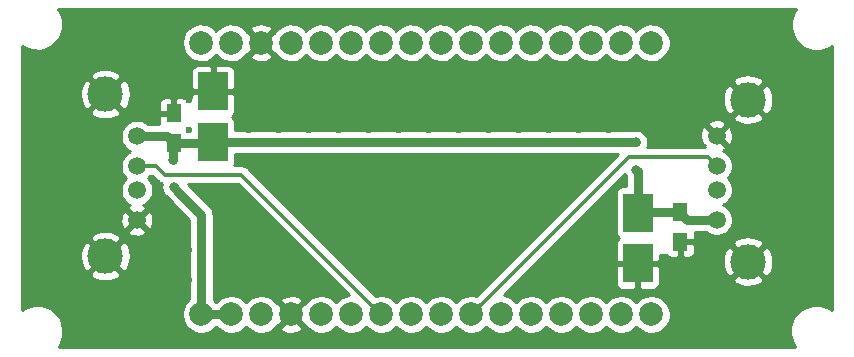
<source format=gtl>
%TF.GenerationSoftware,KiCad,Pcbnew,(2017-11-08 revision cd21218)-HEAD*%
%TF.CreationDate,2018-01-12T09:37:01+02:00*%
%TF.ProjectId,usb_shield,7573625F736869656C642E6B69636164,rev?*%
%TF.SameCoordinates,Original*%
%TF.FileFunction,Copper,L1,Top,Signal*%
%TF.FilePolarity,Positive*%
%FSLAX46Y46*%
G04 Gerber Fmt 4.6, Leading zero omitted, Abs format (unit mm)*
G04 Created by KiCad (PCBNEW (2017-11-08 revision cd21218)-HEAD) date Fri Jan 12 09:37:01 2018*
%MOMM*%
%LPD*%
G01*
G04 APERTURE LIST*
%ADD10R,1.250000X1.500000*%
%ADD11R,2.500000X3.200000*%
%ADD12C,2.000000*%
%ADD13C,1.501140*%
%ADD14C,2.999740*%
%ADD15C,0.600000*%
%ADD16C,0.800000*%
%ADD17C,0.800000*%
%ADD18C,0.350000*%
%ADD19C,0.254000*%
G04 APERTURE END LIST*
D10*
X130350000Y-102900000D03*
X130350000Y-100400000D03*
X173250000Y-108800000D03*
X173250000Y-111300000D03*
D11*
X133700000Y-102850000D03*
X133700000Y-98550000D03*
X169661007Y-108816425D03*
X169661007Y-113116425D03*
D12*
X132702300Y-94437200D03*
X135242300Y-94437200D03*
X137782300Y-94437200D03*
X140322300Y-94437200D03*
X142862300Y-94437200D03*
X145402300Y-94437200D03*
X147942300Y-94437200D03*
X150482300Y-94437200D03*
X153022300Y-94437200D03*
X155562300Y-94437200D03*
X158102300Y-94437200D03*
X160642300Y-94437200D03*
X163182300Y-94437200D03*
X165722300Y-94437200D03*
X168262300Y-94437200D03*
X170802300Y-94437200D03*
X170802300Y-117437200D03*
X168262300Y-117437200D03*
X165722300Y-117437200D03*
X163182300Y-117437200D03*
X160642300Y-117437200D03*
X158102300Y-117437200D03*
X155562300Y-117437200D03*
X153022300Y-117437200D03*
X150482300Y-117437200D03*
X147942300Y-117437200D03*
X145402300Y-117437200D03*
X142862300Y-117437200D03*
X140322300Y-117437200D03*
X137782300Y-117437200D03*
X135242300Y-117437200D03*
X132702300Y-117437200D03*
D13*
X127252120Y-109452860D03*
X127252120Y-106912860D03*
X127252120Y-104880860D03*
X127252120Y-102340860D03*
D14*
X124585120Y-112500860D03*
X124585120Y-98784860D03*
D13*
X176327880Y-102297140D03*
X176327880Y-104837140D03*
X176327880Y-106869140D03*
X176327880Y-109409140D03*
D14*
X178994880Y-99249140D03*
X178994880Y-112965140D03*
D15*
X121467857Y-94212500D03*
X124007857Y-94212500D03*
X126547857Y-94212500D03*
X129087857Y-94212500D03*
X174807857Y-94212500D03*
X177347857Y-94212500D03*
X179887857Y-94212500D03*
X182427857Y-94212500D03*
X118927857Y-96752500D03*
X121467857Y-96752500D03*
X126547857Y-96752500D03*
X129087857Y-96752500D03*
X131627857Y-96752500D03*
X136707857Y-96752500D03*
X139247857Y-96752500D03*
X141787857Y-96752500D03*
X144327857Y-96752500D03*
X146867857Y-96752500D03*
X149407857Y-96752500D03*
X151947857Y-96752500D03*
X154487857Y-96752500D03*
X157027857Y-96752500D03*
X159567857Y-96752500D03*
X162107857Y-96752500D03*
X164647857Y-96752500D03*
X167187857Y-96752500D03*
X169727857Y-96752500D03*
X172267857Y-96752500D03*
X174807857Y-96752500D03*
X177347857Y-96752500D03*
X179887857Y-96752500D03*
X182427857Y-96752500D03*
X184967857Y-96752500D03*
X118927857Y-99292500D03*
X121467857Y-99292500D03*
X129087857Y-99292500D03*
X131627857Y-99292500D03*
X136707857Y-99292500D03*
X139247857Y-99292500D03*
X141787857Y-99292500D03*
X144327857Y-99292500D03*
X146867857Y-99292500D03*
X149407857Y-99292500D03*
X151947857Y-99292500D03*
X154487857Y-99292500D03*
X157027857Y-99292500D03*
X159567857Y-99292500D03*
X162107857Y-99292500D03*
X164647857Y-99292500D03*
X167187857Y-99292500D03*
X169727857Y-99292500D03*
X172267857Y-99292500D03*
X174807857Y-99292500D03*
X182427857Y-99292500D03*
X184967857Y-99292500D03*
X118927857Y-101832500D03*
X121467857Y-101832500D03*
X124007857Y-101832500D03*
X131627857Y-101832500D03*
X136707857Y-101832500D03*
X139247857Y-101832500D03*
X141787857Y-101832500D03*
X144327857Y-101832500D03*
X146867857Y-101832500D03*
X149407857Y-101832500D03*
X151947857Y-101832500D03*
X154487857Y-101832500D03*
X157027857Y-101832500D03*
X159567857Y-101832500D03*
X162107857Y-101832500D03*
X164647857Y-101832500D03*
X167187857Y-101832500D03*
X172267857Y-101832500D03*
X174807857Y-101832500D03*
X182427857Y-101832500D03*
X184967857Y-101832500D03*
X118927857Y-104372500D03*
X121467857Y-104372500D03*
X124007857Y-104372500D03*
X136707857Y-104372500D03*
X139247857Y-104372500D03*
X141787857Y-104372500D03*
X144327857Y-104372500D03*
X146867857Y-104372500D03*
X149407857Y-104372500D03*
X151947857Y-104372500D03*
X154487857Y-104372500D03*
X157027857Y-104372500D03*
X159567857Y-104372500D03*
X162107857Y-104372500D03*
X164647857Y-104372500D03*
X179887857Y-104372500D03*
X182427857Y-104372500D03*
X184967857Y-104372500D03*
X118927857Y-106912500D03*
X121467857Y-106912500D03*
X124007857Y-106912500D03*
X141787857Y-106912500D03*
X144327857Y-106912500D03*
X146867857Y-106912500D03*
X149407857Y-106912500D03*
X151947857Y-106912500D03*
X154487857Y-106912500D03*
X157027857Y-106912500D03*
X159567857Y-106912500D03*
X179887857Y-106912500D03*
X182427857Y-106912500D03*
X184967857Y-106912500D03*
X118927857Y-109452500D03*
X121467857Y-109452500D03*
X124007857Y-109452500D03*
X134167857Y-109452500D03*
X136707857Y-109452500D03*
X144327857Y-109452500D03*
X146867857Y-109452500D03*
X149407857Y-109452500D03*
X151947857Y-109452500D03*
X154487857Y-109452500D03*
X157027857Y-109452500D03*
X167187857Y-109452500D03*
X179887857Y-109452500D03*
X182427857Y-109452500D03*
X184967857Y-109452500D03*
X118927857Y-111992500D03*
X121467857Y-111992500D03*
X129087857Y-111992500D03*
X131627857Y-111992500D03*
X134167857Y-111992500D03*
X136707857Y-111992500D03*
X139247857Y-111992500D03*
X146867857Y-111992500D03*
X149407857Y-111992500D03*
X151947857Y-111992500D03*
X154487857Y-111992500D03*
X164647857Y-111992500D03*
X167187857Y-111992500D03*
X174807857Y-111992500D03*
X182427857Y-111992500D03*
X184967857Y-111992500D03*
X118927857Y-114532500D03*
X121467857Y-114532500D03*
X126547857Y-114532500D03*
X129087857Y-114532500D03*
X131627857Y-114532500D03*
X134167857Y-114532500D03*
X136707857Y-114532500D03*
X139247857Y-114532500D03*
X141787857Y-114532500D03*
X149407857Y-114532500D03*
X151947857Y-114532500D03*
X162107857Y-114532500D03*
X164647857Y-114532500D03*
X167187857Y-114532500D03*
X172267857Y-114532500D03*
X174807857Y-114532500D03*
X182427857Y-114532500D03*
X184967857Y-114532500D03*
X121467857Y-117072500D03*
X124007857Y-117072500D03*
X126547857Y-117072500D03*
X129087857Y-117072500D03*
X174807857Y-117072500D03*
X177347857Y-117072500D03*
X179887857Y-117072500D03*
X182427857Y-117072500D03*
X124007857Y-119612500D03*
X126547857Y-119612500D03*
X129087857Y-119612500D03*
X131627857Y-119612500D03*
X134167857Y-119612500D03*
X136707857Y-119612500D03*
X139247857Y-119612500D03*
X141787857Y-119612500D03*
X144327857Y-119612500D03*
X146867857Y-119612500D03*
X149407857Y-119612500D03*
X151947857Y-119612500D03*
X154487857Y-119612500D03*
X157027857Y-119612500D03*
X159567857Y-119612500D03*
X162107857Y-119612500D03*
X164647857Y-119612500D03*
X167187857Y-119612500D03*
X169727857Y-119612500D03*
X172267857Y-119612500D03*
X174807857Y-119612500D03*
X177347857Y-119612500D03*
X179887857Y-119612500D03*
X182427857Y-119612500D03*
D16*
X169499996Y-102850000D03*
X169549998Y-105200000D03*
X130300000Y-104349991D03*
X130350000Y-106650000D03*
D17*
X135750000Y-102850000D02*
X169499996Y-102850000D01*
X133700000Y-102850000D02*
X135750000Y-102850000D01*
X169661007Y-105311009D02*
X169549998Y-105200000D01*
X169661007Y-108816425D02*
X169661007Y-105311009D01*
X130300000Y-103784306D02*
X130300000Y-104349991D01*
X130350000Y-102900000D02*
X130300000Y-102950000D01*
X130300000Y-102950000D02*
X130300000Y-103784306D01*
X130749999Y-107049999D02*
X130350000Y-106650000D01*
X132702300Y-109002300D02*
X130749999Y-107049999D01*
X132702300Y-117437200D02*
X132702300Y-109002300D01*
X173250000Y-108800000D02*
X169677432Y-108800000D01*
X169677432Y-108800000D02*
X169661007Y-108816425D01*
X176330000Y-109410000D02*
X173860000Y-109410000D01*
X173860000Y-109410000D02*
X173250000Y-108800000D01*
X130350000Y-102900000D02*
X133650000Y-102900000D01*
X133650000Y-102900000D02*
X133700000Y-102850000D01*
X127250000Y-102340000D02*
X129790000Y-102340000D01*
X129790000Y-102340000D02*
X130350000Y-102900000D01*
X132702300Y-117437200D02*
X135242300Y-117437200D01*
D18*
X127250000Y-104880000D02*
X128880000Y-104880000D01*
X128880000Y-104880000D02*
X129600000Y-105600000D01*
X136105100Y-105600000D02*
X146942301Y-116437201D01*
X129600000Y-105600000D02*
X136105100Y-105600000D01*
X146942301Y-116437201D02*
X147942300Y-117437200D01*
X156562299Y-116437201D02*
X155562300Y-117437200D01*
X168909499Y-104090001D02*
X156562299Y-116437201D01*
X175580001Y-104090001D02*
X168909499Y-104090001D01*
X176330000Y-104840000D02*
X175580001Y-104090001D01*
D19*
G36*
X182881978Y-91818071D02*
X182709311Y-92220933D01*
X182618182Y-92649662D01*
X182612062Y-93087925D01*
X182691185Y-93519030D01*
X182852536Y-93926557D01*
X183089970Y-94294982D01*
X183394443Y-94610273D01*
X183754358Y-94860421D01*
X184156005Y-95035896D01*
X184584087Y-95130016D01*
X185022297Y-95139195D01*
X185453944Y-95063084D01*
X185862587Y-94904582D01*
X186140000Y-94728530D01*
X186140000Y-117057829D01*
X185868164Y-116874473D01*
X185464105Y-116704622D01*
X185034751Y-116616489D01*
X184596456Y-116613429D01*
X184165914Y-116695559D01*
X183759523Y-116859752D01*
X183392764Y-117099752D01*
X183079607Y-117406419D01*
X182831978Y-117768071D01*
X182659311Y-118170933D01*
X182568182Y-118599662D01*
X182562062Y-119037925D01*
X182641185Y-119469030D01*
X182802536Y-119876557D01*
X183004536Y-120190000D01*
X120625255Y-120190000D01*
X120752724Y-120009302D01*
X120930999Y-119608889D01*
X121028105Y-119181475D01*
X121035096Y-118680847D01*
X120949962Y-118250888D01*
X120782936Y-117845654D01*
X120540381Y-117480580D01*
X120231536Y-117169571D01*
X119868164Y-116924473D01*
X119464105Y-116754622D01*
X119034751Y-116666489D01*
X118596456Y-116663429D01*
X118165914Y-116745559D01*
X117759523Y-116909752D01*
X117510000Y-117073035D01*
X117510000Y-113992421D01*
X123273164Y-113992421D01*
X123429160Y-114307968D01*
X123803920Y-114498761D01*
X124208702Y-114612777D01*
X124627949Y-114645632D01*
X125045551Y-114596065D01*
X125445459Y-114465981D01*
X125741080Y-114307968D01*
X125897076Y-113992421D01*
X124585120Y-112680465D01*
X123273164Y-113992421D01*
X117510000Y-113992421D01*
X117510000Y-112543689D01*
X122440348Y-112543689D01*
X122489915Y-112961291D01*
X122619999Y-113361199D01*
X122778012Y-113656820D01*
X123093559Y-113812816D01*
X124405515Y-112500860D01*
X124764725Y-112500860D01*
X126076681Y-113812816D01*
X126392228Y-113656820D01*
X126583021Y-113282060D01*
X126697037Y-112877278D01*
X126729892Y-112458031D01*
X126680325Y-112040429D01*
X126550241Y-111640521D01*
X126392228Y-111344900D01*
X126076681Y-111188904D01*
X124764725Y-112500860D01*
X124405515Y-112500860D01*
X123093559Y-111188904D01*
X122778012Y-111344900D01*
X122587219Y-111719660D01*
X122473203Y-112124442D01*
X122440348Y-112543689D01*
X117510000Y-112543689D01*
X117510000Y-111009299D01*
X123273164Y-111009299D01*
X124585120Y-112321255D01*
X125897076Y-111009299D01*
X125741080Y-110693752D01*
X125366320Y-110502959D01*
X125037222Y-110410261D01*
X126474324Y-110410261D01*
X126539919Y-110649186D01*
X126786995Y-110765143D01*
X127051947Y-110830669D01*
X127324590Y-110843247D01*
X127594449Y-110802393D01*
X127851152Y-110709677D01*
X127964321Y-110649186D01*
X128029916Y-110410261D01*
X127252120Y-109632465D01*
X126474324Y-110410261D01*
X125037222Y-110410261D01*
X124961538Y-110388943D01*
X124542291Y-110356088D01*
X124124689Y-110405655D01*
X123724781Y-110535739D01*
X123429160Y-110693752D01*
X123273164Y-111009299D01*
X117510000Y-111009299D01*
X117510000Y-109525330D01*
X125861733Y-109525330D01*
X125902587Y-109795189D01*
X125995303Y-110051892D01*
X126055794Y-110165061D01*
X126294719Y-110230656D01*
X127072515Y-109452860D01*
X127431725Y-109452860D01*
X128209521Y-110230656D01*
X128448446Y-110165061D01*
X128564403Y-109917985D01*
X128629929Y-109653033D01*
X128642507Y-109380390D01*
X128601653Y-109110531D01*
X128508937Y-108853828D01*
X128448446Y-108740659D01*
X128209521Y-108675064D01*
X127431725Y-109452860D01*
X127072515Y-109452860D01*
X126294719Y-108675064D01*
X126055794Y-108740659D01*
X125939837Y-108987735D01*
X125874311Y-109252687D01*
X125861733Y-109525330D01*
X117510000Y-109525330D01*
X117510000Y-102457362D01*
X125864729Y-102457362D01*
X125913780Y-102724623D01*
X126013809Y-102977266D01*
X126161004Y-103205668D01*
X126349760Y-103401130D01*
X126572886Y-103556207D01*
X126697313Y-103610567D01*
X126607085Y-103647022D01*
X126379716Y-103795808D01*
X126185576Y-103985924D01*
X126032061Y-104210127D01*
X125925017Y-104459878D01*
X125868523Y-104725665D01*
X125864729Y-104997362D01*
X125913780Y-105264623D01*
X126013809Y-105517266D01*
X126161004Y-105745668D01*
X126308075Y-105897964D01*
X126185576Y-106017924D01*
X126032061Y-106242127D01*
X125925017Y-106491878D01*
X125868523Y-106757665D01*
X125864729Y-107029362D01*
X125913780Y-107296623D01*
X126013809Y-107549266D01*
X126161004Y-107777668D01*
X126349760Y-107973130D01*
X126572886Y-108128207D01*
X126694183Y-108181200D01*
X126653088Y-108196043D01*
X126539919Y-108256534D01*
X126474324Y-108495459D01*
X127252120Y-109273255D01*
X128029916Y-108495459D01*
X127964321Y-108256534D01*
X127808337Y-108183328D01*
X127879865Y-108155584D01*
X128109289Y-108009987D01*
X128306065Y-107822601D01*
X128462695Y-107600562D01*
X128573215Y-107352330D01*
X128633416Y-107087358D01*
X128637749Y-106776998D01*
X128584971Y-106510449D01*
X128481425Y-106259227D01*
X128331055Y-106032902D01*
X128195241Y-105896136D01*
X128306065Y-105790601D01*
X128377031Y-105690000D01*
X128544488Y-105690000D01*
X129027244Y-106172757D01*
X129085079Y-106220263D01*
X129142377Y-106268342D01*
X129146108Y-106270393D01*
X129149401Y-106273098D01*
X129215328Y-106308447D01*
X129280907Y-106344500D01*
X129284970Y-106345789D01*
X129288721Y-106347800D01*
X129351957Y-106367133D01*
X129316473Y-106534071D01*
X129313639Y-106737026D01*
X129350280Y-106936665D01*
X129425000Y-107125386D01*
X129534953Y-107295999D01*
X129675950Y-107442006D01*
X129683636Y-107447348D01*
X130018143Y-107781855D01*
X131667300Y-109431011D01*
X131667300Y-116162248D01*
X131443757Y-116381157D01*
X131262606Y-116645722D01*
X131136293Y-116940433D01*
X131069628Y-117254066D01*
X131065151Y-117574675D01*
X131123033Y-117890048D01*
X131241068Y-118188171D01*
X131414761Y-118457691D01*
X131637497Y-118688340D01*
X131900790Y-118871333D01*
X132194613Y-118999701D01*
X132507773Y-119068554D01*
X132828343Y-119075269D01*
X133144111Y-119019590D01*
X133443052Y-118903639D01*
X133713777Y-118731832D01*
X133945976Y-118510712D01*
X133971298Y-118474816D01*
X134177497Y-118688340D01*
X134440790Y-118871333D01*
X134734613Y-118999701D01*
X135047773Y-119068554D01*
X135368343Y-119075269D01*
X135684111Y-119019590D01*
X135983052Y-118903639D01*
X136253777Y-118731832D01*
X136485976Y-118510712D01*
X136511298Y-118474816D01*
X136717497Y-118688340D01*
X136980790Y-118871333D01*
X137274613Y-118999701D01*
X137587773Y-119068554D01*
X137908343Y-119075269D01*
X138224111Y-119019590D01*
X138523052Y-118903639D01*
X138793777Y-118731832D01*
X138960973Y-118572613D01*
X139366492Y-118572613D01*
X139462256Y-118837014D01*
X139751871Y-118977904D01*
X140063408Y-119059584D01*
X140384895Y-119078918D01*
X140703975Y-119035161D01*
X141008388Y-118929995D01*
X141182344Y-118837014D01*
X141278108Y-118572613D01*
X140322300Y-117616805D01*
X139366492Y-118572613D01*
X138960973Y-118572613D01*
X139025976Y-118510712D01*
X139124856Y-118370541D01*
X139186887Y-118393008D01*
X140142695Y-117437200D01*
X139186887Y-116481392D01*
X139125169Y-116503746D01*
X139055465Y-116398832D01*
X138959096Y-116301787D01*
X139366492Y-116301787D01*
X140322300Y-117257595D01*
X141278108Y-116301787D01*
X141182344Y-116037386D01*
X140892729Y-115896496D01*
X140581192Y-115814816D01*
X140259705Y-115795482D01*
X139940625Y-115839239D01*
X139636212Y-115944405D01*
X139462256Y-116037386D01*
X139366492Y-116301787D01*
X138959096Y-116301787D01*
X138829531Y-116171315D01*
X138563708Y-115992016D01*
X138268122Y-115867763D01*
X137954031Y-115803289D01*
X137633399Y-115801051D01*
X137318438Y-115861133D01*
X137021146Y-115981246D01*
X136752846Y-116156817D01*
X136523757Y-116381157D01*
X136513210Y-116396561D01*
X136289531Y-116171315D01*
X136023708Y-115992016D01*
X135728122Y-115867763D01*
X135414031Y-115803289D01*
X135093399Y-115801051D01*
X134778438Y-115861133D01*
X134481146Y-115981246D01*
X134212846Y-116156817D01*
X133983757Y-116381157D01*
X133973210Y-116396561D01*
X133749531Y-116171315D01*
X133737300Y-116163065D01*
X133737300Y-109002300D01*
X133727972Y-108907159D01*
X133719638Y-108811911D01*
X133718120Y-108806688D01*
X133717589Y-108801267D01*
X133689946Y-108709709D01*
X133663283Y-108617935D01*
X133660778Y-108613103D01*
X133659205Y-108607892D01*
X133614346Y-108523525D01*
X133570325Y-108438599D01*
X133566926Y-108434341D01*
X133564373Y-108429540D01*
X133503976Y-108355486D01*
X133444303Y-108280735D01*
X133436833Y-108273160D01*
X133436706Y-108273004D01*
X133436562Y-108272885D01*
X133434156Y-108270445D01*
X131573712Y-106410000D01*
X135769588Y-106410000D01*
X145175498Y-115815911D01*
X144938438Y-115861133D01*
X144641146Y-115981246D01*
X144372846Y-116156817D01*
X144143757Y-116381157D01*
X144133210Y-116396561D01*
X143909531Y-116171315D01*
X143643708Y-115992016D01*
X143348122Y-115867763D01*
X143034031Y-115803289D01*
X142713399Y-115801051D01*
X142398438Y-115861133D01*
X142101146Y-115981246D01*
X141832846Y-116156817D01*
X141603757Y-116381157D01*
X141519742Y-116503858D01*
X141457713Y-116481392D01*
X140501905Y-117437200D01*
X141457713Y-118393008D01*
X141518814Y-118370878D01*
X141574761Y-118457691D01*
X141797497Y-118688340D01*
X142060790Y-118871333D01*
X142354613Y-118999701D01*
X142667773Y-119068554D01*
X142988343Y-119075269D01*
X143304111Y-119019590D01*
X143603052Y-118903639D01*
X143873777Y-118731832D01*
X144105976Y-118510712D01*
X144131298Y-118474816D01*
X144337497Y-118688340D01*
X144600790Y-118871333D01*
X144894613Y-118999701D01*
X145207773Y-119068554D01*
X145528343Y-119075269D01*
X145844111Y-119019590D01*
X146143052Y-118903639D01*
X146413777Y-118731832D01*
X146645976Y-118510712D01*
X146671298Y-118474816D01*
X146877497Y-118688340D01*
X147140790Y-118871333D01*
X147434613Y-118999701D01*
X147747773Y-119068554D01*
X148068343Y-119075269D01*
X148384111Y-119019590D01*
X148683052Y-118903639D01*
X148953777Y-118731832D01*
X149185976Y-118510712D01*
X149211298Y-118474816D01*
X149417497Y-118688340D01*
X149680790Y-118871333D01*
X149974613Y-118999701D01*
X150287773Y-119068554D01*
X150608343Y-119075269D01*
X150924111Y-119019590D01*
X151223052Y-118903639D01*
X151493777Y-118731832D01*
X151725976Y-118510712D01*
X151751298Y-118474816D01*
X151957497Y-118688340D01*
X152220790Y-118871333D01*
X152514613Y-118999701D01*
X152827773Y-119068554D01*
X153148343Y-119075269D01*
X153464111Y-119019590D01*
X153763052Y-118903639D01*
X154033777Y-118731832D01*
X154265976Y-118510712D01*
X154291298Y-118474816D01*
X154497497Y-118688340D01*
X154760790Y-118871333D01*
X155054613Y-118999701D01*
X155367773Y-119068554D01*
X155688343Y-119075269D01*
X156004111Y-119019590D01*
X156303052Y-118903639D01*
X156573777Y-118731832D01*
X156805976Y-118510712D01*
X156831298Y-118474816D01*
X157037497Y-118688340D01*
X157300790Y-118871333D01*
X157594613Y-118999701D01*
X157907773Y-119068554D01*
X158228343Y-119075269D01*
X158544111Y-119019590D01*
X158843052Y-118903639D01*
X159113777Y-118731832D01*
X159345976Y-118510712D01*
X159371298Y-118474816D01*
X159577497Y-118688340D01*
X159840790Y-118871333D01*
X160134613Y-118999701D01*
X160447773Y-119068554D01*
X160768343Y-119075269D01*
X161084111Y-119019590D01*
X161383052Y-118903639D01*
X161653777Y-118731832D01*
X161885976Y-118510712D01*
X161911298Y-118474816D01*
X162117497Y-118688340D01*
X162380790Y-118871333D01*
X162674613Y-118999701D01*
X162987773Y-119068554D01*
X163308343Y-119075269D01*
X163624111Y-119019590D01*
X163923052Y-118903639D01*
X164193777Y-118731832D01*
X164425976Y-118510712D01*
X164451298Y-118474816D01*
X164657497Y-118688340D01*
X164920790Y-118871333D01*
X165214613Y-118999701D01*
X165527773Y-119068554D01*
X165848343Y-119075269D01*
X166164111Y-119019590D01*
X166463052Y-118903639D01*
X166733777Y-118731832D01*
X166965976Y-118510712D01*
X166991298Y-118474816D01*
X167197497Y-118688340D01*
X167460790Y-118871333D01*
X167754613Y-118999701D01*
X168067773Y-119068554D01*
X168388343Y-119075269D01*
X168704111Y-119019590D01*
X169003052Y-118903639D01*
X169273777Y-118731832D01*
X169505976Y-118510712D01*
X169531298Y-118474816D01*
X169737497Y-118688340D01*
X170000790Y-118871333D01*
X170294613Y-118999701D01*
X170607773Y-119068554D01*
X170928343Y-119075269D01*
X171244111Y-119019590D01*
X171543052Y-118903639D01*
X171813777Y-118731832D01*
X172045976Y-118510712D01*
X172230803Y-118248703D01*
X172361219Y-117955783D01*
X172432256Y-117643111D01*
X172437370Y-117276880D01*
X172375091Y-116962346D01*
X172252904Y-116665900D01*
X172075465Y-116398832D01*
X171849531Y-116171315D01*
X171583708Y-115992016D01*
X171288122Y-115867763D01*
X170974031Y-115803289D01*
X170653399Y-115801051D01*
X170338438Y-115861133D01*
X170041146Y-115981246D01*
X169772846Y-116156817D01*
X169543757Y-116381157D01*
X169533210Y-116396561D01*
X169309531Y-116171315D01*
X169043708Y-115992016D01*
X168748122Y-115867763D01*
X168434031Y-115803289D01*
X168113399Y-115801051D01*
X167798438Y-115861133D01*
X167501146Y-115981246D01*
X167232846Y-116156817D01*
X167003757Y-116381157D01*
X166993210Y-116396561D01*
X166769531Y-116171315D01*
X166503708Y-115992016D01*
X166208122Y-115867763D01*
X165894031Y-115803289D01*
X165573399Y-115801051D01*
X165258438Y-115861133D01*
X164961146Y-115981246D01*
X164692846Y-116156817D01*
X164463757Y-116381157D01*
X164453210Y-116396561D01*
X164229531Y-116171315D01*
X163963708Y-115992016D01*
X163668122Y-115867763D01*
X163354031Y-115803289D01*
X163033399Y-115801051D01*
X162718438Y-115861133D01*
X162421146Y-115981246D01*
X162152846Y-116156817D01*
X161923757Y-116381157D01*
X161913210Y-116396561D01*
X161689531Y-116171315D01*
X161423708Y-115992016D01*
X161128122Y-115867763D01*
X160814031Y-115803289D01*
X160493399Y-115801051D01*
X160178438Y-115861133D01*
X159881146Y-115981246D01*
X159612846Y-116156817D01*
X159383757Y-116381157D01*
X159373210Y-116396561D01*
X159149531Y-116171315D01*
X158883708Y-115992016D01*
X158588122Y-115867763D01*
X158330194Y-115814818D01*
X160742837Y-113402175D01*
X167776007Y-113402175D01*
X167776007Y-114778967D01*
X167800410Y-114901648D01*
X167848277Y-115017210D01*
X167917770Y-115121214D01*
X168006218Y-115209662D01*
X168110222Y-115279155D01*
X168225784Y-115327022D01*
X168348465Y-115351425D01*
X169375257Y-115351425D01*
X169534007Y-115192675D01*
X169534007Y-113243425D01*
X169788007Y-113243425D01*
X169788007Y-115192675D01*
X169946757Y-115351425D01*
X170973549Y-115351425D01*
X171096230Y-115327022D01*
X171211792Y-115279155D01*
X171315796Y-115209662D01*
X171404244Y-115121214D01*
X171473737Y-115017210D01*
X171521604Y-114901648D01*
X171546007Y-114778967D01*
X171546007Y-114456701D01*
X177682924Y-114456701D01*
X177838920Y-114772248D01*
X178213680Y-114963041D01*
X178618462Y-115077057D01*
X179037709Y-115109912D01*
X179455311Y-115060345D01*
X179855219Y-114930261D01*
X180150840Y-114772248D01*
X180306836Y-114456701D01*
X178994880Y-113144745D01*
X177682924Y-114456701D01*
X171546007Y-114456701D01*
X171546007Y-113402175D01*
X171387257Y-113243425D01*
X169788007Y-113243425D01*
X169534007Y-113243425D01*
X167934757Y-113243425D01*
X167776007Y-113402175D01*
X160742837Y-113402175D01*
X161137043Y-113007969D01*
X176850108Y-113007969D01*
X176899675Y-113425571D01*
X177029759Y-113825479D01*
X177187772Y-114121100D01*
X177503319Y-114277096D01*
X178815275Y-112965140D01*
X179174485Y-112965140D01*
X180486441Y-114277096D01*
X180801988Y-114121100D01*
X180992781Y-113746340D01*
X181106797Y-113341558D01*
X181139652Y-112922311D01*
X181090085Y-112504709D01*
X180960001Y-112104801D01*
X180801988Y-111809180D01*
X180486441Y-111653184D01*
X179174485Y-112965140D01*
X178815275Y-112965140D01*
X177503319Y-111653184D01*
X177187772Y-111809180D01*
X176996979Y-112183940D01*
X176882963Y-112588722D01*
X176850108Y-113007969D01*
X161137043Y-113007969D01*
X168580930Y-105564083D01*
X168624998Y-105675386D01*
X168626007Y-105676952D01*
X168626007Y-106578353D01*
X168411007Y-106578353D01*
X168286525Y-106590613D01*
X168166827Y-106626923D01*
X168056513Y-106685888D01*
X167959822Y-106765240D01*
X167880470Y-106861931D01*
X167821505Y-106972245D01*
X167785195Y-107091943D01*
X167772935Y-107216425D01*
X167772935Y-110416425D01*
X167785195Y-110540907D01*
X167821505Y-110660605D01*
X167880470Y-110770919D01*
X167959822Y-110867610D01*
X168056513Y-110946962D01*
X168091950Y-110965904D01*
X168006218Y-111023188D01*
X167917770Y-111111636D01*
X167848277Y-111215640D01*
X167800410Y-111331202D01*
X167776007Y-111453883D01*
X167776007Y-112830675D01*
X167934757Y-112989425D01*
X169534007Y-112989425D01*
X169534007Y-112969425D01*
X169788007Y-112969425D01*
X169788007Y-112989425D01*
X171387257Y-112989425D01*
X171546007Y-112830675D01*
X171546007Y-112427000D01*
X172113195Y-112427000D01*
X172131763Y-112454789D01*
X172220211Y-112543237D01*
X172324215Y-112612730D01*
X172439777Y-112660597D01*
X172562458Y-112685000D01*
X172964250Y-112685000D01*
X173123000Y-112526250D01*
X173123000Y-111427000D01*
X173377000Y-111427000D01*
X173377000Y-112526250D01*
X173535750Y-112685000D01*
X173937542Y-112685000D01*
X174060223Y-112660597D01*
X174175785Y-112612730D01*
X174279789Y-112543237D01*
X174368237Y-112454789D01*
X174437730Y-112350785D01*
X174485597Y-112235223D01*
X174510000Y-112112542D01*
X174510000Y-111585750D01*
X174397829Y-111473579D01*
X177682924Y-111473579D01*
X178994880Y-112785535D01*
X180306836Y-111473579D01*
X180150840Y-111158032D01*
X179776080Y-110967239D01*
X179371298Y-110853223D01*
X178952051Y-110820368D01*
X178534449Y-110869935D01*
X178134541Y-111000019D01*
X177838920Y-111158032D01*
X177682924Y-111473579D01*
X174397829Y-111473579D01*
X174351250Y-111427000D01*
X173377000Y-111427000D01*
X173123000Y-111427000D01*
X173103000Y-111427000D01*
X173103000Y-111173000D01*
X173123000Y-111173000D01*
X173123000Y-111153000D01*
X173377000Y-111153000D01*
X173377000Y-111173000D01*
X174351250Y-111173000D01*
X174510000Y-111014250D01*
X174510000Y-110487458D01*
X174501554Y-110445000D01*
X175401947Y-110445000D01*
X175425520Y-110469410D01*
X175648646Y-110624487D01*
X175897644Y-110733271D01*
X176163029Y-110791620D01*
X176434694Y-110797311D01*
X176702290Y-110750126D01*
X176955625Y-110651864D01*
X177185049Y-110506267D01*
X177381825Y-110318881D01*
X177538455Y-110096842D01*
X177648975Y-109848610D01*
X177709176Y-109583638D01*
X177713509Y-109273278D01*
X177660731Y-109006729D01*
X177557185Y-108755507D01*
X177406815Y-108529182D01*
X177215349Y-108336374D01*
X176990079Y-108184428D01*
X176883764Y-108139737D01*
X176955625Y-108111864D01*
X177185049Y-107966267D01*
X177381825Y-107778881D01*
X177538455Y-107556842D01*
X177648975Y-107308610D01*
X177709176Y-107043638D01*
X177713509Y-106733278D01*
X177660731Y-106466729D01*
X177557185Y-106215507D01*
X177406815Y-105989182D01*
X177271001Y-105852416D01*
X177381825Y-105746881D01*
X177538455Y-105524842D01*
X177648975Y-105276610D01*
X177709176Y-105011638D01*
X177713509Y-104701278D01*
X177660731Y-104434729D01*
X177557185Y-104183507D01*
X177406815Y-103957182D01*
X177215349Y-103764374D01*
X176990079Y-103612428D01*
X176886072Y-103568708D01*
X176926912Y-103553957D01*
X177040081Y-103493466D01*
X177105676Y-103254541D01*
X176327880Y-102476745D01*
X176313738Y-102490888D01*
X176134133Y-102311283D01*
X176148275Y-102297140D01*
X176507485Y-102297140D01*
X177285281Y-103074936D01*
X177524206Y-103009341D01*
X177640163Y-102762265D01*
X177705689Y-102497313D01*
X177718267Y-102224670D01*
X177677413Y-101954811D01*
X177584697Y-101698108D01*
X177524206Y-101584939D01*
X177285281Y-101519344D01*
X176507485Y-102297140D01*
X176148275Y-102297140D01*
X175370479Y-101519344D01*
X175131554Y-101584939D01*
X175015597Y-101832015D01*
X174950071Y-102096967D01*
X174937493Y-102369610D01*
X174978347Y-102639469D01*
X175071063Y-102896172D01*
X175131554Y-103009341D01*
X175370477Y-103074935D01*
X175254024Y-103191388D01*
X175342637Y-103280001D01*
X170441545Y-103280001D01*
X170486835Y-103178278D01*
X170531803Y-102980348D01*
X170533300Y-102873123D01*
X170534971Y-102857226D01*
X170533715Y-102843423D01*
X170535040Y-102748513D01*
X170495616Y-102549405D01*
X170418269Y-102361746D01*
X170305944Y-102192684D01*
X170162922Y-102048660D01*
X169994649Y-101935158D01*
X169807535Y-101856503D01*
X169608706Y-101815689D01*
X169405737Y-101814272D01*
X169401921Y-101815000D01*
X135588072Y-101815000D01*
X135588072Y-101339739D01*
X175550084Y-101339739D01*
X176327880Y-102117535D01*
X177105676Y-101339739D01*
X177040081Y-101100814D01*
X176793005Y-100984857D01*
X176528053Y-100919331D01*
X176255410Y-100906753D01*
X175985551Y-100947607D01*
X175728848Y-101040323D01*
X175615679Y-101100814D01*
X175550084Y-101339739D01*
X135588072Y-101339739D01*
X135588072Y-101250000D01*
X135575812Y-101125518D01*
X135539502Y-101005820D01*
X135480537Y-100895506D01*
X135401185Y-100798815D01*
X135330373Y-100740701D01*
X177682924Y-100740701D01*
X177838920Y-101056248D01*
X178213680Y-101247041D01*
X178618462Y-101361057D01*
X179037709Y-101393912D01*
X179455311Y-101344345D01*
X179855219Y-101214261D01*
X180150840Y-101056248D01*
X180306836Y-100740701D01*
X178994880Y-99428745D01*
X177682924Y-100740701D01*
X135330373Y-100740701D01*
X135304494Y-100719463D01*
X135269057Y-100700521D01*
X135354789Y-100643237D01*
X135443237Y-100554789D01*
X135512730Y-100450785D01*
X135560597Y-100335223D01*
X135585000Y-100212542D01*
X135585000Y-99291969D01*
X176850108Y-99291969D01*
X176899675Y-99709571D01*
X177029759Y-100109479D01*
X177187772Y-100405100D01*
X177503319Y-100561096D01*
X178815275Y-99249140D01*
X179174485Y-99249140D01*
X180486441Y-100561096D01*
X180801988Y-100405100D01*
X180992781Y-100030340D01*
X181106797Y-99625558D01*
X181139652Y-99206311D01*
X181090085Y-98788709D01*
X180960001Y-98388801D01*
X180801988Y-98093180D01*
X180486441Y-97937184D01*
X179174485Y-99249140D01*
X178815275Y-99249140D01*
X177503319Y-97937184D01*
X177187772Y-98093180D01*
X176996979Y-98467940D01*
X176882963Y-98872722D01*
X176850108Y-99291969D01*
X135585000Y-99291969D01*
X135585000Y-98835750D01*
X135426250Y-98677000D01*
X133827000Y-98677000D01*
X133827000Y-98697000D01*
X133573000Y-98697000D01*
X133573000Y-98677000D01*
X131973750Y-98677000D01*
X131815000Y-98835750D01*
X131815000Y-99073000D01*
X131241334Y-99073000D01*
X131160223Y-99039403D01*
X131037542Y-99015000D01*
X130635750Y-99015000D01*
X130477000Y-99173750D01*
X130477000Y-100273000D01*
X130497000Y-100273000D01*
X130497000Y-100527000D01*
X130477000Y-100527000D01*
X130477000Y-100547000D01*
X130223000Y-100547000D01*
X130223000Y-100527000D01*
X129248750Y-100527000D01*
X129090000Y-100685750D01*
X129090000Y-101212542D01*
X129108391Y-101305000D01*
X128176238Y-101305000D01*
X128139589Y-101268094D01*
X127914319Y-101116148D01*
X127663827Y-101010851D01*
X127397652Y-100956213D01*
X127125935Y-100954316D01*
X126859023Y-101005232D01*
X126607085Y-101107022D01*
X126379716Y-101255808D01*
X126185576Y-101445924D01*
X126032061Y-101670127D01*
X125925017Y-101919878D01*
X125868523Y-102185665D01*
X125864729Y-102457362D01*
X117510000Y-102457362D01*
X117510000Y-100276421D01*
X123273164Y-100276421D01*
X123429160Y-100591968D01*
X123803920Y-100782761D01*
X124208702Y-100896777D01*
X124627949Y-100929632D01*
X125045551Y-100880065D01*
X125445459Y-100749981D01*
X125741080Y-100591968D01*
X125897076Y-100276421D01*
X124585120Y-98964465D01*
X123273164Y-100276421D01*
X117510000Y-100276421D01*
X117510000Y-98827689D01*
X122440348Y-98827689D01*
X122489915Y-99245291D01*
X122619999Y-99645199D01*
X122778012Y-99940820D01*
X123093559Y-100096816D01*
X124405515Y-98784860D01*
X124764725Y-98784860D01*
X126076681Y-100096816D01*
X126392228Y-99940820D01*
X126572127Y-99587458D01*
X129090000Y-99587458D01*
X129090000Y-100114250D01*
X129248750Y-100273000D01*
X130223000Y-100273000D01*
X130223000Y-99173750D01*
X130064250Y-99015000D01*
X129662458Y-99015000D01*
X129539777Y-99039403D01*
X129424215Y-99087270D01*
X129320211Y-99156763D01*
X129231763Y-99245211D01*
X129162270Y-99349215D01*
X129114403Y-99464777D01*
X129090000Y-99587458D01*
X126572127Y-99587458D01*
X126583021Y-99566060D01*
X126697037Y-99161278D01*
X126729892Y-98742031D01*
X126680325Y-98324429D01*
X126550241Y-97924521D01*
X126392228Y-97628900D01*
X126076681Y-97472904D01*
X124764725Y-98784860D01*
X124405515Y-98784860D01*
X123093559Y-97472904D01*
X122778012Y-97628900D01*
X122587219Y-98003660D01*
X122473203Y-98408442D01*
X122440348Y-98827689D01*
X117510000Y-98827689D01*
X117510000Y-97293299D01*
X123273164Y-97293299D01*
X124585120Y-98605255D01*
X125897076Y-97293299D01*
X125741080Y-96977752D01*
X125563723Y-96887458D01*
X131815000Y-96887458D01*
X131815000Y-98264250D01*
X131973750Y-98423000D01*
X133573000Y-98423000D01*
X133573000Y-96473750D01*
X133827000Y-96473750D01*
X133827000Y-98423000D01*
X135426250Y-98423000D01*
X135585000Y-98264250D01*
X135585000Y-97757579D01*
X177682924Y-97757579D01*
X178994880Y-99069535D01*
X180306836Y-97757579D01*
X180150840Y-97442032D01*
X179776080Y-97251239D01*
X179371298Y-97137223D01*
X178952051Y-97104368D01*
X178534449Y-97153935D01*
X178134541Y-97284019D01*
X177838920Y-97442032D01*
X177682924Y-97757579D01*
X135585000Y-97757579D01*
X135585000Y-96887458D01*
X135560597Y-96764777D01*
X135512730Y-96649215D01*
X135443237Y-96545211D01*
X135354789Y-96456763D01*
X135250785Y-96387270D01*
X135135223Y-96339403D01*
X135012542Y-96315000D01*
X133985750Y-96315000D01*
X133827000Y-96473750D01*
X133573000Y-96473750D01*
X133414250Y-96315000D01*
X132387458Y-96315000D01*
X132264777Y-96339403D01*
X132149215Y-96387270D01*
X132045211Y-96456763D01*
X131956763Y-96545211D01*
X131887270Y-96649215D01*
X131839403Y-96764777D01*
X131815000Y-96887458D01*
X125563723Y-96887458D01*
X125366320Y-96786959D01*
X124961538Y-96672943D01*
X124542291Y-96640088D01*
X124124689Y-96689655D01*
X123724781Y-96819739D01*
X123429160Y-96977752D01*
X123273164Y-97293299D01*
X117510000Y-97293299D01*
X117510000Y-94710089D01*
X117654358Y-94810421D01*
X118056005Y-94985896D01*
X118484087Y-95080016D01*
X118922297Y-95089195D01*
X119353944Y-95013084D01*
X119762587Y-94854582D01*
X120132661Y-94619726D01*
X120179969Y-94574675D01*
X131065151Y-94574675D01*
X131123033Y-94890048D01*
X131241068Y-95188171D01*
X131414761Y-95457691D01*
X131637497Y-95688340D01*
X131900790Y-95871333D01*
X132194613Y-95999701D01*
X132507773Y-96068554D01*
X132828343Y-96075269D01*
X133144111Y-96019590D01*
X133443052Y-95903639D01*
X133713777Y-95731832D01*
X133945976Y-95510712D01*
X133971298Y-95474816D01*
X134177497Y-95688340D01*
X134440790Y-95871333D01*
X134734613Y-95999701D01*
X135047773Y-96068554D01*
X135368343Y-96075269D01*
X135684111Y-96019590D01*
X135983052Y-95903639D01*
X136253777Y-95731832D01*
X136420973Y-95572613D01*
X136826492Y-95572613D01*
X136922256Y-95837014D01*
X137211871Y-95977904D01*
X137523408Y-96059584D01*
X137844895Y-96078918D01*
X138163975Y-96035161D01*
X138468388Y-95929995D01*
X138642344Y-95837014D01*
X138738108Y-95572613D01*
X137782300Y-94616805D01*
X136826492Y-95572613D01*
X136420973Y-95572613D01*
X136485976Y-95510712D01*
X136584856Y-95370541D01*
X136646887Y-95393008D01*
X137602695Y-94437200D01*
X137961905Y-94437200D01*
X138917713Y-95393008D01*
X138978814Y-95370878D01*
X139034761Y-95457691D01*
X139257497Y-95688340D01*
X139520790Y-95871333D01*
X139814613Y-95999701D01*
X140127773Y-96068554D01*
X140448343Y-96075269D01*
X140764111Y-96019590D01*
X141063052Y-95903639D01*
X141333777Y-95731832D01*
X141565976Y-95510712D01*
X141591298Y-95474816D01*
X141797497Y-95688340D01*
X142060790Y-95871333D01*
X142354613Y-95999701D01*
X142667773Y-96068554D01*
X142988343Y-96075269D01*
X143304111Y-96019590D01*
X143603052Y-95903639D01*
X143873777Y-95731832D01*
X144105976Y-95510712D01*
X144131298Y-95474816D01*
X144337497Y-95688340D01*
X144600790Y-95871333D01*
X144894613Y-95999701D01*
X145207773Y-96068554D01*
X145528343Y-96075269D01*
X145844111Y-96019590D01*
X146143052Y-95903639D01*
X146413777Y-95731832D01*
X146645976Y-95510712D01*
X146671298Y-95474816D01*
X146877497Y-95688340D01*
X147140790Y-95871333D01*
X147434613Y-95999701D01*
X147747773Y-96068554D01*
X148068343Y-96075269D01*
X148384111Y-96019590D01*
X148683052Y-95903639D01*
X148953777Y-95731832D01*
X149185976Y-95510712D01*
X149211298Y-95474816D01*
X149417497Y-95688340D01*
X149680790Y-95871333D01*
X149974613Y-95999701D01*
X150287773Y-96068554D01*
X150608343Y-96075269D01*
X150924111Y-96019590D01*
X151223052Y-95903639D01*
X151493777Y-95731832D01*
X151725976Y-95510712D01*
X151751298Y-95474816D01*
X151957497Y-95688340D01*
X152220790Y-95871333D01*
X152514613Y-95999701D01*
X152827773Y-96068554D01*
X153148343Y-96075269D01*
X153464111Y-96019590D01*
X153763052Y-95903639D01*
X154033777Y-95731832D01*
X154265976Y-95510712D01*
X154291298Y-95474816D01*
X154497497Y-95688340D01*
X154760790Y-95871333D01*
X155054613Y-95999701D01*
X155367773Y-96068554D01*
X155688343Y-96075269D01*
X156004111Y-96019590D01*
X156303052Y-95903639D01*
X156573777Y-95731832D01*
X156805976Y-95510712D01*
X156831298Y-95474816D01*
X157037497Y-95688340D01*
X157300790Y-95871333D01*
X157594613Y-95999701D01*
X157907773Y-96068554D01*
X158228343Y-96075269D01*
X158544111Y-96019590D01*
X158843052Y-95903639D01*
X159113777Y-95731832D01*
X159345976Y-95510712D01*
X159371298Y-95474816D01*
X159577497Y-95688340D01*
X159840790Y-95871333D01*
X160134613Y-95999701D01*
X160447773Y-96068554D01*
X160768343Y-96075269D01*
X161084111Y-96019590D01*
X161383052Y-95903639D01*
X161653777Y-95731832D01*
X161885976Y-95510712D01*
X161911298Y-95474816D01*
X162117497Y-95688340D01*
X162380790Y-95871333D01*
X162674613Y-95999701D01*
X162987773Y-96068554D01*
X163308343Y-96075269D01*
X163624111Y-96019590D01*
X163923052Y-95903639D01*
X164193777Y-95731832D01*
X164425976Y-95510712D01*
X164451298Y-95474816D01*
X164657497Y-95688340D01*
X164920790Y-95871333D01*
X165214613Y-95999701D01*
X165527773Y-96068554D01*
X165848343Y-96075269D01*
X166164111Y-96019590D01*
X166463052Y-95903639D01*
X166733777Y-95731832D01*
X166965976Y-95510712D01*
X166991298Y-95474816D01*
X167197497Y-95688340D01*
X167460790Y-95871333D01*
X167754613Y-95999701D01*
X168067773Y-96068554D01*
X168388343Y-96075269D01*
X168704111Y-96019590D01*
X169003052Y-95903639D01*
X169273777Y-95731832D01*
X169505976Y-95510712D01*
X169531298Y-95474816D01*
X169737497Y-95688340D01*
X170000790Y-95871333D01*
X170294613Y-95999701D01*
X170607773Y-96068554D01*
X170928343Y-96075269D01*
X171244111Y-96019590D01*
X171543052Y-95903639D01*
X171813777Y-95731832D01*
X172045976Y-95510712D01*
X172230803Y-95248703D01*
X172361219Y-94955783D01*
X172432256Y-94643111D01*
X172437370Y-94276880D01*
X172375091Y-93962346D01*
X172252904Y-93665900D01*
X172075465Y-93398832D01*
X171849531Y-93171315D01*
X171583708Y-92992016D01*
X171288122Y-92867763D01*
X170974031Y-92803289D01*
X170653399Y-92801051D01*
X170338438Y-92861133D01*
X170041146Y-92981246D01*
X169772846Y-93156817D01*
X169543757Y-93381157D01*
X169533210Y-93396561D01*
X169309531Y-93171315D01*
X169043708Y-92992016D01*
X168748122Y-92867763D01*
X168434031Y-92803289D01*
X168113399Y-92801051D01*
X167798438Y-92861133D01*
X167501146Y-92981246D01*
X167232846Y-93156817D01*
X167003757Y-93381157D01*
X166993210Y-93396561D01*
X166769531Y-93171315D01*
X166503708Y-92992016D01*
X166208122Y-92867763D01*
X165894031Y-92803289D01*
X165573399Y-92801051D01*
X165258438Y-92861133D01*
X164961146Y-92981246D01*
X164692846Y-93156817D01*
X164463757Y-93381157D01*
X164453210Y-93396561D01*
X164229531Y-93171315D01*
X163963708Y-92992016D01*
X163668122Y-92867763D01*
X163354031Y-92803289D01*
X163033399Y-92801051D01*
X162718438Y-92861133D01*
X162421146Y-92981246D01*
X162152846Y-93156817D01*
X161923757Y-93381157D01*
X161913210Y-93396561D01*
X161689531Y-93171315D01*
X161423708Y-92992016D01*
X161128122Y-92867763D01*
X160814031Y-92803289D01*
X160493399Y-92801051D01*
X160178438Y-92861133D01*
X159881146Y-92981246D01*
X159612846Y-93156817D01*
X159383757Y-93381157D01*
X159373210Y-93396561D01*
X159149531Y-93171315D01*
X158883708Y-92992016D01*
X158588122Y-92867763D01*
X158274031Y-92803289D01*
X157953399Y-92801051D01*
X157638438Y-92861133D01*
X157341146Y-92981246D01*
X157072846Y-93156817D01*
X156843757Y-93381157D01*
X156833210Y-93396561D01*
X156609531Y-93171315D01*
X156343708Y-92992016D01*
X156048122Y-92867763D01*
X155734031Y-92803289D01*
X155413399Y-92801051D01*
X155098438Y-92861133D01*
X154801146Y-92981246D01*
X154532846Y-93156817D01*
X154303757Y-93381157D01*
X154293210Y-93396561D01*
X154069531Y-93171315D01*
X153803708Y-92992016D01*
X153508122Y-92867763D01*
X153194031Y-92803289D01*
X152873399Y-92801051D01*
X152558438Y-92861133D01*
X152261146Y-92981246D01*
X151992846Y-93156817D01*
X151763757Y-93381157D01*
X151753210Y-93396561D01*
X151529531Y-93171315D01*
X151263708Y-92992016D01*
X150968122Y-92867763D01*
X150654031Y-92803289D01*
X150333399Y-92801051D01*
X150018438Y-92861133D01*
X149721146Y-92981246D01*
X149452846Y-93156817D01*
X149223757Y-93381157D01*
X149213210Y-93396561D01*
X148989531Y-93171315D01*
X148723708Y-92992016D01*
X148428122Y-92867763D01*
X148114031Y-92803289D01*
X147793399Y-92801051D01*
X147478438Y-92861133D01*
X147181146Y-92981246D01*
X146912846Y-93156817D01*
X146683757Y-93381157D01*
X146673210Y-93396561D01*
X146449531Y-93171315D01*
X146183708Y-92992016D01*
X145888122Y-92867763D01*
X145574031Y-92803289D01*
X145253399Y-92801051D01*
X144938438Y-92861133D01*
X144641146Y-92981246D01*
X144372846Y-93156817D01*
X144143757Y-93381157D01*
X144133210Y-93396561D01*
X143909531Y-93171315D01*
X143643708Y-92992016D01*
X143348122Y-92867763D01*
X143034031Y-92803289D01*
X142713399Y-92801051D01*
X142398438Y-92861133D01*
X142101146Y-92981246D01*
X141832846Y-93156817D01*
X141603757Y-93381157D01*
X141593210Y-93396561D01*
X141369531Y-93171315D01*
X141103708Y-92992016D01*
X140808122Y-92867763D01*
X140494031Y-92803289D01*
X140173399Y-92801051D01*
X139858438Y-92861133D01*
X139561146Y-92981246D01*
X139292846Y-93156817D01*
X139063757Y-93381157D01*
X138979742Y-93503858D01*
X138917713Y-93481392D01*
X137961905Y-94437200D01*
X137602695Y-94437200D01*
X136646887Y-93481392D01*
X136585169Y-93503746D01*
X136515465Y-93398832D01*
X136419096Y-93301787D01*
X136826492Y-93301787D01*
X137782300Y-94257595D01*
X138738108Y-93301787D01*
X138642344Y-93037386D01*
X138352729Y-92896496D01*
X138041192Y-92814816D01*
X137719705Y-92795482D01*
X137400625Y-92839239D01*
X137096212Y-92944405D01*
X136922256Y-93037386D01*
X136826492Y-93301787D01*
X136419096Y-93301787D01*
X136289531Y-93171315D01*
X136023708Y-92992016D01*
X135728122Y-92867763D01*
X135414031Y-92803289D01*
X135093399Y-92801051D01*
X134778438Y-92861133D01*
X134481146Y-92981246D01*
X134212846Y-93156817D01*
X133983757Y-93381157D01*
X133973210Y-93396561D01*
X133749531Y-93171315D01*
X133483708Y-92992016D01*
X133188122Y-92867763D01*
X132874031Y-92803289D01*
X132553399Y-92801051D01*
X132238438Y-92861133D01*
X131941146Y-92981246D01*
X131672846Y-93156817D01*
X131443757Y-93381157D01*
X131262606Y-93645722D01*
X131136293Y-93940433D01*
X131069628Y-94254066D01*
X131065151Y-94574675D01*
X120179969Y-94574675D01*
X120450070Y-94317461D01*
X120702724Y-93959302D01*
X120880999Y-93558889D01*
X120978105Y-93131475D01*
X120985096Y-92630847D01*
X120899962Y-92200888D01*
X120732936Y-91795654D01*
X120609588Y-91610000D01*
X183024448Y-91610000D01*
X182881978Y-91818071D01*
X182881978Y-91818071D01*
G37*
X182881978Y-91818071D02*
X182709311Y-92220933D01*
X182618182Y-92649662D01*
X182612062Y-93087925D01*
X182691185Y-93519030D01*
X182852536Y-93926557D01*
X183089970Y-94294982D01*
X183394443Y-94610273D01*
X183754358Y-94860421D01*
X184156005Y-95035896D01*
X184584087Y-95130016D01*
X185022297Y-95139195D01*
X185453944Y-95063084D01*
X185862587Y-94904582D01*
X186140000Y-94728530D01*
X186140000Y-117057829D01*
X185868164Y-116874473D01*
X185464105Y-116704622D01*
X185034751Y-116616489D01*
X184596456Y-116613429D01*
X184165914Y-116695559D01*
X183759523Y-116859752D01*
X183392764Y-117099752D01*
X183079607Y-117406419D01*
X182831978Y-117768071D01*
X182659311Y-118170933D01*
X182568182Y-118599662D01*
X182562062Y-119037925D01*
X182641185Y-119469030D01*
X182802536Y-119876557D01*
X183004536Y-120190000D01*
X120625255Y-120190000D01*
X120752724Y-120009302D01*
X120930999Y-119608889D01*
X121028105Y-119181475D01*
X121035096Y-118680847D01*
X120949962Y-118250888D01*
X120782936Y-117845654D01*
X120540381Y-117480580D01*
X120231536Y-117169571D01*
X119868164Y-116924473D01*
X119464105Y-116754622D01*
X119034751Y-116666489D01*
X118596456Y-116663429D01*
X118165914Y-116745559D01*
X117759523Y-116909752D01*
X117510000Y-117073035D01*
X117510000Y-113992421D01*
X123273164Y-113992421D01*
X123429160Y-114307968D01*
X123803920Y-114498761D01*
X124208702Y-114612777D01*
X124627949Y-114645632D01*
X125045551Y-114596065D01*
X125445459Y-114465981D01*
X125741080Y-114307968D01*
X125897076Y-113992421D01*
X124585120Y-112680465D01*
X123273164Y-113992421D01*
X117510000Y-113992421D01*
X117510000Y-112543689D01*
X122440348Y-112543689D01*
X122489915Y-112961291D01*
X122619999Y-113361199D01*
X122778012Y-113656820D01*
X123093559Y-113812816D01*
X124405515Y-112500860D01*
X124764725Y-112500860D01*
X126076681Y-113812816D01*
X126392228Y-113656820D01*
X126583021Y-113282060D01*
X126697037Y-112877278D01*
X126729892Y-112458031D01*
X126680325Y-112040429D01*
X126550241Y-111640521D01*
X126392228Y-111344900D01*
X126076681Y-111188904D01*
X124764725Y-112500860D01*
X124405515Y-112500860D01*
X123093559Y-111188904D01*
X122778012Y-111344900D01*
X122587219Y-111719660D01*
X122473203Y-112124442D01*
X122440348Y-112543689D01*
X117510000Y-112543689D01*
X117510000Y-111009299D01*
X123273164Y-111009299D01*
X124585120Y-112321255D01*
X125897076Y-111009299D01*
X125741080Y-110693752D01*
X125366320Y-110502959D01*
X125037222Y-110410261D01*
X126474324Y-110410261D01*
X126539919Y-110649186D01*
X126786995Y-110765143D01*
X127051947Y-110830669D01*
X127324590Y-110843247D01*
X127594449Y-110802393D01*
X127851152Y-110709677D01*
X127964321Y-110649186D01*
X128029916Y-110410261D01*
X127252120Y-109632465D01*
X126474324Y-110410261D01*
X125037222Y-110410261D01*
X124961538Y-110388943D01*
X124542291Y-110356088D01*
X124124689Y-110405655D01*
X123724781Y-110535739D01*
X123429160Y-110693752D01*
X123273164Y-111009299D01*
X117510000Y-111009299D01*
X117510000Y-109525330D01*
X125861733Y-109525330D01*
X125902587Y-109795189D01*
X125995303Y-110051892D01*
X126055794Y-110165061D01*
X126294719Y-110230656D01*
X127072515Y-109452860D01*
X127431725Y-109452860D01*
X128209521Y-110230656D01*
X128448446Y-110165061D01*
X128564403Y-109917985D01*
X128629929Y-109653033D01*
X128642507Y-109380390D01*
X128601653Y-109110531D01*
X128508937Y-108853828D01*
X128448446Y-108740659D01*
X128209521Y-108675064D01*
X127431725Y-109452860D01*
X127072515Y-109452860D01*
X126294719Y-108675064D01*
X126055794Y-108740659D01*
X125939837Y-108987735D01*
X125874311Y-109252687D01*
X125861733Y-109525330D01*
X117510000Y-109525330D01*
X117510000Y-102457362D01*
X125864729Y-102457362D01*
X125913780Y-102724623D01*
X126013809Y-102977266D01*
X126161004Y-103205668D01*
X126349760Y-103401130D01*
X126572886Y-103556207D01*
X126697313Y-103610567D01*
X126607085Y-103647022D01*
X126379716Y-103795808D01*
X126185576Y-103985924D01*
X126032061Y-104210127D01*
X125925017Y-104459878D01*
X125868523Y-104725665D01*
X125864729Y-104997362D01*
X125913780Y-105264623D01*
X126013809Y-105517266D01*
X126161004Y-105745668D01*
X126308075Y-105897964D01*
X126185576Y-106017924D01*
X126032061Y-106242127D01*
X125925017Y-106491878D01*
X125868523Y-106757665D01*
X125864729Y-107029362D01*
X125913780Y-107296623D01*
X126013809Y-107549266D01*
X126161004Y-107777668D01*
X126349760Y-107973130D01*
X126572886Y-108128207D01*
X126694183Y-108181200D01*
X126653088Y-108196043D01*
X126539919Y-108256534D01*
X126474324Y-108495459D01*
X127252120Y-109273255D01*
X128029916Y-108495459D01*
X127964321Y-108256534D01*
X127808337Y-108183328D01*
X127879865Y-108155584D01*
X128109289Y-108009987D01*
X128306065Y-107822601D01*
X128462695Y-107600562D01*
X128573215Y-107352330D01*
X128633416Y-107087358D01*
X128637749Y-106776998D01*
X128584971Y-106510449D01*
X128481425Y-106259227D01*
X128331055Y-106032902D01*
X128195241Y-105896136D01*
X128306065Y-105790601D01*
X128377031Y-105690000D01*
X128544488Y-105690000D01*
X129027244Y-106172757D01*
X129085079Y-106220263D01*
X129142377Y-106268342D01*
X129146108Y-106270393D01*
X129149401Y-106273098D01*
X129215328Y-106308447D01*
X129280907Y-106344500D01*
X129284970Y-106345789D01*
X129288721Y-106347800D01*
X129351957Y-106367133D01*
X129316473Y-106534071D01*
X129313639Y-106737026D01*
X129350280Y-106936665D01*
X129425000Y-107125386D01*
X129534953Y-107295999D01*
X129675950Y-107442006D01*
X129683636Y-107447348D01*
X130018143Y-107781855D01*
X131667300Y-109431011D01*
X131667300Y-116162248D01*
X131443757Y-116381157D01*
X131262606Y-116645722D01*
X131136293Y-116940433D01*
X131069628Y-117254066D01*
X131065151Y-117574675D01*
X131123033Y-117890048D01*
X131241068Y-118188171D01*
X131414761Y-118457691D01*
X131637497Y-118688340D01*
X131900790Y-118871333D01*
X132194613Y-118999701D01*
X132507773Y-119068554D01*
X132828343Y-119075269D01*
X133144111Y-119019590D01*
X133443052Y-118903639D01*
X133713777Y-118731832D01*
X133945976Y-118510712D01*
X133971298Y-118474816D01*
X134177497Y-118688340D01*
X134440790Y-118871333D01*
X134734613Y-118999701D01*
X135047773Y-119068554D01*
X135368343Y-119075269D01*
X135684111Y-119019590D01*
X135983052Y-118903639D01*
X136253777Y-118731832D01*
X136485976Y-118510712D01*
X136511298Y-118474816D01*
X136717497Y-118688340D01*
X136980790Y-118871333D01*
X137274613Y-118999701D01*
X137587773Y-119068554D01*
X137908343Y-119075269D01*
X138224111Y-119019590D01*
X138523052Y-118903639D01*
X138793777Y-118731832D01*
X138960973Y-118572613D01*
X139366492Y-118572613D01*
X139462256Y-118837014D01*
X139751871Y-118977904D01*
X140063408Y-119059584D01*
X140384895Y-119078918D01*
X140703975Y-119035161D01*
X141008388Y-118929995D01*
X141182344Y-118837014D01*
X141278108Y-118572613D01*
X140322300Y-117616805D01*
X139366492Y-118572613D01*
X138960973Y-118572613D01*
X139025976Y-118510712D01*
X139124856Y-118370541D01*
X139186887Y-118393008D01*
X140142695Y-117437200D01*
X139186887Y-116481392D01*
X139125169Y-116503746D01*
X139055465Y-116398832D01*
X138959096Y-116301787D01*
X139366492Y-116301787D01*
X140322300Y-117257595D01*
X141278108Y-116301787D01*
X141182344Y-116037386D01*
X140892729Y-115896496D01*
X140581192Y-115814816D01*
X140259705Y-115795482D01*
X139940625Y-115839239D01*
X139636212Y-115944405D01*
X139462256Y-116037386D01*
X139366492Y-116301787D01*
X138959096Y-116301787D01*
X138829531Y-116171315D01*
X138563708Y-115992016D01*
X138268122Y-115867763D01*
X137954031Y-115803289D01*
X137633399Y-115801051D01*
X137318438Y-115861133D01*
X137021146Y-115981246D01*
X136752846Y-116156817D01*
X136523757Y-116381157D01*
X136513210Y-116396561D01*
X136289531Y-116171315D01*
X136023708Y-115992016D01*
X135728122Y-115867763D01*
X135414031Y-115803289D01*
X135093399Y-115801051D01*
X134778438Y-115861133D01*
X134481146Y-115981246D01*
X134212846Y-116156817D01*
X133983757Y-116381157D01*
X133973210Y-116396561D01*
X133749531Y-116171315D01*
X133737300Y-116163065D01*
X133737300Y-109002300D01*
X133727972Y-108907159D01*
X133719638Y-108811911D01*
X133718120Y-108806688D01*
X133717589Y-108801267D01*
X133689946Y-108709709D01*
X133663283Y-108617935D01*
X133660778Y-108613103D01*
X133659205Y-108607892D01*
X133614346Y-108523525D01*
X133570325Y-108438599D01*
X133566926Y-108434341D01*
X133564373Y-108429540D01*
X133503976Y-108355486D01*
X133444303Y-108280735D01*
X133436833Y-108273160D01*
X133436706Y-108273004D01*
X133436562Y-108272885D01*
X133434156Y-108270445D01*
X131573712Y-106410000D01*
X135769588Y-106410000D01*
X145175498Y-115815911D01*
X144938438Y-115861133D01*
X144641146Y-115981246D01*
X144372846Y-116156817D01*
X144143757Y-116381157D01*
X144133210Y-116396561D01*
X143909531Y-116171315D01*
X143643708Y-115992016D01*
X143348122Y-115867763D01*
X143034031Y-115803289D01*
X142713399Y-115801051D01*
X142398438Y-115861133D01*
X142101146Y-115981246D01*
X141832846Y-116156817D01*
X141603757Y-116381157D01*
X141519742Y-116503858D01*
X141457713Y-116481392D01*
X140501905Y-117437200D01*
X141457713Y-118393008D01*
X141518814Y-118370878D01*
X141574761Y-118457691D01*
X141797497Y-118688340D01*
X142060790Y-118871333D01*
X142354613Y-118999701D01*
X142667773Y-119068554D01*
X142988343Y-119075269D01*
X143304111Y-119019590D01*
X143603052Y-118903639D01*
X143873777Y-118731832D01*
X144105976Y-118510712D01*
X144131298Y-118474816D01*
X144337497Y-118688340D01*
X144600790Y-118871333D01*
X144894613Y-118999701D01*
X145207773Y-119068554D01*
X145528343Y-119075269D01*
X145844111Y-119019590D01*
X146143052Y-118903639D01*
X146413777Y-118731832D01*
X146645976Y-118510712D01*
X146671298Y-118474816D01*
X146877497Y-118688340D01*
X147140790Y-118871333D01*
X147434613Y-118999701D01*
X147747773Y-119068554D01*
X148068343Y-119075269D01*
X148384111Y-119019590D01*
X148683052Y-118903639D01*
X148953777Y-118731832D01*
X149185976Y-118510712D01*
X149211298Y-118474816D01*
X149417497Y-118688340D01*
X149680790Y-118871333D01*
X149974613Y-118999701D01*
X150287773Y-119068554D01*
X150608343Y-119075269D01*
X150924111Y-119019590D01*
X151223052Y-118903639D01*
X151493777Y-118731832D01*
X151725976Y-118510712D01*
X151751298Y-118474816D01*
X151957497Y-118688340D01*
X152220790Y-118871333D01*
X152514613Y-118999701D01*
X152827773Y-119068554D01*
X153148343Y-119075269D01*
X153464111Y-119019590D01*
X153763052Y-118903639D01*
X154033777Y-118731832D01*
X154265976Y-118510712D01*
X154291298Y-118474816D01*
X154497497Y-118688340D01*
X154760790Y-118871333D01*
X155054613Y-118999701D01*
X155367773Y-119068554D01*
X155688343Y-119075269D01*
X156004111Y-119019590D01*
X156303052Y-118903639D01*
X156573777Y-118731832D01*
X156805976Y-118510712D01*
X156831298Y-118474816D01*
X157037497Y-118688340D01*
X157300790Y-118871333D01*
X157594613Y-118999701D01*
X157907773Y-119068554D01*
X158228343Y-119075269D01*
X158544111Y-119019590D01*
X158843052Y-118903639D01*
X159113777Y-118731832D01*
X159345976Y-118510712D01*
X159371298Y-118474816D01*
X159577497Y-118688340D01*
X159840790Y-118871333D01*
X160134613Y-118999701D01*
X160447773Y-119068554D01*
X160768343Y-119075269D01*
X161084111Y-119019590D01*
X161383052Y-118903639D01*
X161653777Y-118731832D01*
X161885976Y-118510712D01*
X161911298Y-118474816D01*
X162117497Y-118688340D01*
X162380790Y-118871333D01*
X162674613Y-118999701D01*
X162987773Y-119068554D01*
X163308343Y-119075269D01*
X163624111Y-119019590D01*
X163923052Y-118903639D01*
X164193777Y-118731832D01*
X164425976Y-118510712D01*
X164451298Y-118474816D01*
X164657497Y-118688340D01*
X164920790Y-118871333D01*
X165214613Y-118999701D01*
X165527773Y-119068554D01*
X165848343Y-119075269D01*
X166164111Y-119019590D01*
X166463052Y-118903639D01*
X166733777Y-118731832D01*
X166965976Y-118510712D01*
X166991298Y-118474816D01*
X167197497Y-118688340D01*
X167460790Y-118871333D01*
X167754613Y-118999701D01*
X168067773Y-119068554D01*
X168388343Y-119075269D01*
X168704111Y-119019590D01*
X169003052Y-118903639D01*
X169273777Y-118731832D01*
X169505976Y-118510712D01*
X169531298Y-118474816D01*
X169737497Y-118688340D01*
X170000790Y-118871333D01*
X170294613Y-118999701D01*
X170607773Y-119068554D01*
X170928343Y-119075269D01*
X171244111Y-119019590D01*
X171543052Y-118903639D01*
X171813777Y-118731832D01*
X172045976Y-118510712D01*
X172230803Y-118248703D01*
X172361219Y-117955783D01*
X172432256Y-117643111D01*
X172437370Y-117276880D01*
X172375091Y-116962346D01*
X172252904Y-116665900D01*
X172075465Y-116398832D01*
X171849531Y-116171315D01*
X171583708Y-115992016D01*
X171288122Y-115867763D01*
X170974031Y-115803289D01*
X170653399Y-115801051D01*
X170338438Y-115861133D01*
X170041146Y-115981246D01*
X169772846Y-116156817D01*
X169543757Y-116381157D01*
X169533210Y-116396561D01*
X169309531Y-116171315D01*
X169043708Y-115992016D01*
X168748122Y-115867763D01*
X168434031Y-115803289D01*
X168113399Y-115801051D01*
X167798438Y-115861133D01*
X167501146Y-115981246D01*
X167232846Y-116156817D01*
X167003757Y-116381157D01*
X166993210Y-116396561D01*
X166769531Y-116171315D01*
X166503708Y-115992016D01*
X166208122Y-115867763D01*
X165894031Y-115803289D01*
X165573399Y-115801051D01*
X165258438Y-115861133D01*
X164961146Y-115981246D01*
X164692846Y-116156817D01*
X164463757Y-116381157D01*
X164453210Y-116396561D01*
X164229531Y-116171315D01*
X163963708Y-115992016D01*
X163668122Y-115867763D01*
X163354031Y-115803289D01*
X163033399Y-115801051D01*
X162718438Y-115861133D01*
X162421146Y-115981246D01*
X162152846Y-116156817D01*
X161923757Y-116381157D01*
X161913210Y-116396561D01*
X161689531Y-116171315D01*
X161423708Y-115992016D01*
X161128122Y-115867763D01*
X160814031Y-115803289D01*
X160493399Y-115801051D01*
X160178438Y-115861133D01*
X159881146Y-115981246D01*
X159612846Y-116156817D01*
X159383757Y-116381157D01*
X159373210Y-116396561D01*
X159149531Y-116171315D01*
X158883708Y-115992016D01*
X158588122Y-115867763D01*
X158330194Y-115814818D01*
X160742837Y-113402175D01*
X167776007Y-113402175D01*
X167776007Y-114778967D01*
X167800410Y-114901648D01*
X167848277Y-115017210D01*
X167917770Y-115121214D01*
X168006218Y-115209662D01*
X168110222Y-115279155D01*
X168225784Y-115327022D01*
X168348465Y-115351425D01*
X169375257Y-115351425D01*
X169534007Y-115192675D01*
X169534007Y-113243425D01*
X169788007Y-113243425D01*
X169788007Y-115192675D01*
X169946757Y-115351425D01*
X170973549Y-115351425D01*
X171096230Y-115327022D01*
X171211792Y-115279155D01*
X171315796Y-115209662D01*
X171404244Y-115121214D01*
X171473737Y-115017210D01*
X171521604Y-114901648D01*
X171546007Y-114778967D01*
X171546007Y-114456701D01*
X177682924Y-114456701D01*
X177838920Y-114772248D01*
X178213680Y-114963041D01*
X178618462Y-115077057D01*
X179037709Y-115109912D01*
X179455311Y-115060345D01*
X179855219Y-114930261D01*
X180150840Y-114772248D01*
X180306836Y-114456701D01*
X178994880Y-113144745D01*
X177682924Y-114456701D01*
X171546007Y-114456701D01*
X171546007Y-113402175D01*
X171387257Y-113243425D01*
X169788007Y-113243425D01*
X169534007Y-113243425D01*
X167934757Y-113243425D01*
X167776007Y-113402175D01*
X160742837Y-113402175D01*
X161137043Y-113007969D01*
X176850108Y-113007969D01*
X176899675Y-113425571D01*
X177029759Y-113825479D01*
X177187772Y-114121100D01*
X177503319Y-114277096D01*
X178815275Y-112965140D01*
X179174485Y-112965140D01*
X180486441Y-114277096D01*
X180801988Y-114121100D01*
X180992781Y-113746340D01*
X181106797Y-113341558D01*
X181139652Y-112922311D01*
X181090085Y-112504709D01*
X180960001Y-112104801D01*
X180801988Y-111809180D01*
X180486441Y-111653184D01*
X179174485Y-112965140D01*
X178815275Y-112965140D01*
X177503319Y-111653184D01*
X177187772Y-111809180D01*
X176996979Y-112183940D01*
X176882963Y-112588722D01*
X176850108Y-113007969D01*
X161137043Y-113007969D01*
X168580930Y-105564083D01*
X168624998Y-105675386D01*
X168626007Y-105676952D01*
X168626007Y-106578353D01*
X168411007Y-106578353D01*
X168286525Y-106590613D01*
X168166827Y-106626923D01*
X168056513Y-106685888D01*
X167959822Y-106765240D01*
X167880470Y-106861931D01*
X167821505Y-106972245D01*
X167785195Y-107091943D01*
X167772935Y-107216425D01*
X167772935Y-110416425D01*
X167785195Y-110540907D01*
X167821505Y-110660605D01*
X167880470Y-110770919D01*
X167959822Y-110867610D01*
X168056513Y-110946962D01*
X168091950Y-110965904D01*
X168006218Y-111023188D01*
X167917770Y-111111636D01*
X167848277Y-111215640D01*
X167800410Y-111331202D01*
X167776007Y-111453883D01*
X167776007Y-112830675D01*
X167934757Y-112989425D01*
X169534007Y-112989425D01*
X169534007Y-112969425D01*
X169788007Y-112969425D01*
X169788007Y-112989425D01*
X171387257Y-112989425D01*
X171546007Y-112830675D01*
X171546007Y-112427000D01*
X172113195Y-112427000D01*
X172131763Y-112454789D01*
X172220211Y-112543237D01*
X172324215Y-112612730D01*
X172439777Y-112660597D01*
X172562458Y-112685000D01*
X172964250Y-112685000D01*
X173123000Y-112526250D01*
X173123000Y-111427000D01*
X173377000Y-111427000D01*
X173377000Y-112526250D01*
X173535750Y-112685000D01*
X173937542Y-112685000D01*
X174060223Y-112660597D01*
X174175785Y-112612730D01*
X174279789Y-112543237D01*
X174368237Y-112454789D01*
X174437730Y-112350785D01*
X174485597Y-112235223D01*
X174510000Y-112112542D01*
X174510000Y-111585750D01*
X174397829Y-111473579D01*
X177682924Y-111473579D01*
X178994880Y-112785535D01*
X180306836Y-111473579D01*
X180150840Y-111158032D01*
X179776080Y-110967239D01*
X179371298Y-110853223D01*
X178952051Y-110820368D01*
X178534449Y-110869935D01*
X178134541Y-111000019D01*
X177838920Y-111158032D01*
X177682924Y-111473579D01*
X174397829Y-111473579D01*
X174351250Y-111427000D01*
X173377000Y-111427000D01*
X173123000Y-111427000D01*
X173103000Y-111427000D01*
X173103000Y-111173000D01*
X173123000Y-111173000D01*
X173123000Y-111153000D01*
X173377000Y-111153000D01*
X173377000Y-111173000D01*
X174351250Y-111173000D01*
X174510000Y-111014250D01*
X174510000Y-110487458D01*
X174501554Y-110445000D01*
X175401947Y-110445000D01*
X175425520Y-110469410D01*
X175648646Y-110624487D01*
X175897644Y-110733271D01*
X176163029Y-110791620D01*
X176434694Y-110797311D01*
X176702290Y-110750126D01*
X176955625Y-110651864D01*
X177185049Y-110506267D01*
X177381825Y-110318881D01*
X177538455Y-110096842D01*
X177648975Y-109848610D01*
X177709176Y-109583638D01*
X177713509Y-109273278D01*
X177660731Y-109006729D01*
X177557185Y-108755507D01*
X177406815Y-108529182D01*
X177215349Y-108336374D01*
X176990079Y-108184428D01*
X176883764Y-108139737D01*
X176955625Y-108111864D01*
X177185049Y-107966267D01*
X177381825Y-107778881D01*
X177538455Y-107556842D01*
X177648975Y-107308610D01*
X177709176Y-107043638D01*
X177713509Y-106733278D01*
X177660731Y-106466729D01*
X177557185Y-106215507D01*
X177406815Y-105989182D01*
X177271001Y-105852416D01*
X177381825Y-105746881D01*
X177538455Y-105524842D01*
X177648975Y-105276610D01*
X177709176Y-105011638D01*
X177713509Y-104701278D01*
X177660731Y-104434729D01*
X177557185Y-104183507D01*
X177406815Y-103957182D01*
X177215349Y-103764374D01*
X176990079Y-103612428D01*
X176886072Y-103568708D01*
X176926912Y-103553957D01*
X177040081Y-103493466D01*
X177105676Y-103254541D01*
X176327880Y-102476745D01*
X176313738Y-102490888D01*
X176134133Y-102311283D01*
X176148275Y-102297140D01*
X176507485Y-102297140D01*
X177285281Y-103074936D01*
X177524206Y-103009341D01*
X177640163Y-102762265D01*
X177705689Y-102497313D01*
X177718267Y-102224670D01*
X177677413Y-101954811D01*
X177584697Y-101698108D01*
X177524206Y-101584939D01*
X177285281Y-101519344D01*
X176507485Y-102297140D01*
X176148275Y-102297140D01*
X175370479Y-101519344D01*
X175131554Y-101584939D01*
X175015597Y-101832015D01*
X174950071Y-102096967D01*
X174937493Y-102369610D01*
X174978347Y-102639469D01*
X175071063Y-102896172D01*
X175131554Y-103009341D01*
X175370477Y-103074935D01*
X175254024Y-103191388D01*
X175342637Y-103280001D01*
X170441545Y-103280001D01*
X170486835Y-103178278D01*
X170531803Y-102980348D01*
X170533300Y-102873123D01*
X170534971Y-102857226D01*
X170533715Y-102843423D01*
X170535040Y-102748513D01*
X170495616Y-102549405D01*
X170418269Y-102361746D01*
X170305944Y-102192684D01*
X170162922Y-102048660D01*
X169994649Y-101935158D01*
X169807535Y-101856503D01*
X169608706Y-101815689D01*
X169405737Y-101814272D01*
X169401921Y-101815000D01*
X135588072Y-101815000D01*
X135588072Y-101339739D01*
X175550084Y-101339739D01*
X176327880Y-102117535D01*
X177105676Y-101339739D01*
X177040081Y-101100814D01*
X176793005Y-100984857D01*
X176528053Y-100919331D01*
X176255410Y-100906753D01*
X175985551Y-100947607D01*
X175728848Y-101040323D01*
X175615679Y-101100814D01*
X175550084Y-101339739D01*
X135588072Y-101339739D01*
X135588072Y-101250000D01*
X135575812Y-101125518D01*
X135539502Y-101005820D01*
X135480537Y-100895506D01*
X135401185Y-100798815D01*
X135330373Y-100740701D01*
X177682924Y-100740701D01*
X177838920Y-101056248D01*
X178213680Y-101247041D01*
X178618462Y-101361057D01*
X179037709Y-101393912D01*
X179455311Y-101344345D01*
X179855219Y-101214261D01*
X180150840Y-101056248D01*
X180306836Y-100740701D01*
X178994880Y-99428745D01*
X177682924Y-100740701D01*
X135330373Y-100740701D01*
X135304494Y-100719463D01*
X135269057Y-100700521D01*
X135354789Y-100643237D01*
X135443237Y-100554789D01*
X135512730Y-100450785D01*
X135560597Y-100335223D01*
X135585000Y-100212542D01*
X135585000Y-99291969D01*
X176850108Y-99291969D01*
X176899675Y-99709571D01*
X177029759Y-100109479D01*
X177187772Y-100405100D01*
X177503319Y-100561096D01*
X178815275Y-99249140D01*
X179174485Y-99249140D01*
X180486441Y-100561096D01*
X180801988Y-100405100D01*
X180992781Y-100030340D01*
X181106797Y-99625558D01*
X181139652Y-99206311D01*
X181090085Y-98788709D01*
X180960001Y-98388801D01*
X180801988Y-98093180D01*
X180486441Y-97937184D01*
X179174485Y-99249140D01*
X178815275Y-99249140D01*
X177503319Y-97937184D01*
X177187772Y-98093180D01*
X176996979Y-98467940D01*
X176882963Y-98872722D01*
X176850108Y-99291969D01*
X135585000Y-99291969D01*
X135585000Y-98835750D01*
X135426250Y-98677000D01*
X133827000Y-98677000D01*
X133827000Y-98697000D01*
X133573000Y-98697000D01*
X133573000Y-98677000D01*
X131973750Y-98677000D01*
X131815000Y-98835750D01*
X131815000Y-99073000D01*
X131241334Y-99073000D01*
X131160223Y-99039403D01*
X131037542Y-99015000D01*
X130635750Y-99015000D01*
X130477000Y-99173750D01*
X130477000Y-100273000D01*
X130497000Y-100273000D01*
X130497000Y-100527000D01*
X130477000Y-100527000D01*
X130477000Y-100547000D01*
X130223000Y-100547000D01*
X130223000Y-100527000D01*
X129248750Y-100527000D01*
X129090000Y-100685750D01*
X129090000Y-101212542D01*
X129108391Y-101305000D01*
X128176238Y-101305000D01*
X128139589Y-101268094D01*
X127914319Y-101116148D01*
X127663827Y-101010851D01*
X127397652Y-100956213D01*
X127125935Y-100954316D01*
X126859023Y-101005232D01*
X126607085Y-101107022D01*
X126379716Y-101255808D01*
X126185576Y-101445924D01*
X126032061Y-101670127D01*
X125925017Y-101919878D01*
X125868523Y-102185665D01*
X125864729Y-102457362D01*
X117510000Y-102457362D01*
X117510000Y-100276421D01*
X123273164Y-100276421D01*
X123429160Y-100591968D01*
X123803920Y-100782761D01*
X124208702Y-100896777D01*
X124627949Y-100929632D01*
X125045551Y-100880065D01*
X125445459Y-100749981D01*
X125741080Y-100591968D01*
X125897076Y-100276421D01*
X124585120Y-98964465D01*
X123273164Y-100276421D01*
X117510000Y-100276421D01*
X117510000Y-98827689D01*
X122440348Y-98827689D01*
X122489915Y-99245291D01*
X122619999Y-99645199D01*
X122778012Y-99940820D01*
X123093559Y-100096816D01*
X124405515Y-98784860D01*
X124764725Y-98784860D01*
X126076681Y-100096816D01*
X126392228Y-99940820D01*
X126572127Y-99587458D01*
X129090000Y-99587458D01*
X129090000Y-100114250D01*
X129248750Y-100273000D01*
X130223000Y-100273000D01*
X130223000Y-99173750D01*
X130064250Y-99015000D01*
X129662458Y-99015000D01*
X129539777Y-99039403D01*
X129424215Y-99087270D01*
X129320211Y-99156763D01*
X129231763Y-99245211D01*
X129162270Y-99349215D01*
X129114403Y-99464777D01*
X129090000Y-99587458D01*
X126572127Y-99587458D01*
X126583021Y-99566060D01*
X126697037Y-99161278D01*
X126729892Y-98742031D01*
X126680325Y-98324429D01*
X126550241Y-97924521D01*
X126392228Y-97628900D01*
X126076681Y-97472904D01*
X124764725Y-98784860D01*
X124405515Y-98784860D01*
X123093559Y-97472904D01*
X122778012Y-97628900D01*
X122587219Y-98003660D01*
X122473203Y-98408442D01*
X122440348Y-98827689D01*
X117510000Y-98827689D01*
X117510000Y-97293299D01*
X123273164Y-97293299D01*
X124585120Y-98605255D01*
X125897076Y-97293299D01*
X125741080Y-96977752D01*
X125563723Y-96887458D01*
X131815000Y-96887458D01*
X131815000Y-98264250D01*
X131973750Y-98423000D01*
X133573000Y-98423000D01*
X133573000Y-96473750D01*
X133827000Y-96473750D01*
X133827000Y-98423000D01*
X135426250Y-98423000D01*
X135585000Y-98264250D01*
X135585000Y-97757579D01*
X177682924Y-97757579D01*
X178994880Y-99069535D01*
X180306836Y-97757579D01*
X180150840Y-97442032D01*
X179776080Y-97251239D01*
X179371298Y-97137223D01*
X178952051Y-97104368D01*
X178534449Y-97153935D01*
X178134541Y-97284019D01*
X177838920Y-97442032D01*
X177682924Y-97757579D01*
X135585000Y-97757579D01*
X135585000Y-96887458D01*
X135560597Y-96764777D01*
X135512730Y-96649215D01*
X135443237Y-96545211D01*
X135354789Y-96456763D01*
X135250785Y-96387270D01*
X135135223Y-96339403D01*
X135012542Y-96315000D01*
X133985750Y-96315000D01*
X133827000Y-96473750D01*
X133573000Y-96473750D01*
X133414250Y-96315000D01*
X132387458Y-96315000D01*
X132264777Y-96339403D01*
X132149215Y-96387270D01*
X132045211Y-96456763D01*
X131956763Y-96545211D01*
X131887270Y-96649215D01*
X131839403Y-96764777D01*
X131815000Y-96887458D01*
X125563723Y-96887458D01*
X125366320Y-96786959D01*
X124961538Y-96672943D01*
X124542291Y-96640088D01*
X124124689Y-96689655D01*
X123724781Y-96819739D01*
X123429160Y-96977752D01*
X123273164Y-97293299D01*
X117510000Y-97293299D01*
X117510000Y-94710089D01*
X117654358Y-94810421D01*
X118056005Y-94985896D01*
X118484087Y-95080016D01*
X118922297Y-95089195D01*
X119353944Y-95013084D01*
X119762587Y-94854582D01*
X120132661Y-94619726D01*
X120179969Y-94574675D01*
X131065151Y-94574675D01*
X131123033Y-94890048D01*
X131241068Y-95188171D01*
X131414761Y-95457691D01*
X131637497Y-95688340D01*
X131900790Y-95871333D01*
X132194613Y-95999701D01*
X132507773Y-96068554D01*
X132828343Y-96075269D01*
X133144111Y-96019590D01*
X133443052Y-95903639D01*
X133713777Y-95731832D01*
X133945976Y-95510712D01*
X133971298Y-95474816D01*
X134177497Y-95688340D01*
X134440790Y-95871333D01*
X134734613Y-95999701D01*
X135047773Y-96068554D01*
X135368343Y-96075269D01*
X135684111Y-96019590D01*
X135983052Y-95903639D01*
X136253777Y-95731832D01*
X136420973Y-95572613D01*
X136826492Y-95572613D01*
X136922256Y-95837014D01*
X137211871Y-95977904D01*
X137523408Y-96059584D01*
X137844895Y-96078918D01*
X138163975Y-96035161D01*
X138468388Y-95929995D01*
X138642344Y-95837014D01*
X138738108Y-95572613D01*
X137782300Y-94616805D01*
X136826492Y-95572613D01*
X136420973Y-95572613D01*
X136485976Y-95510712D01*
X136584856Y-95370541D01*
X136646887Y-95393008D01*
X137602695Y-94437200D01*
X137961905Y-94437200D01*
X138917713Y-95393008D01*
X138978814Y-95370878D01*
X139034761Y-95457691D01*
X139257497Y-95688340D01*
X139520790Y-95871333D01*
X139814613Y-95999701D01*
X140127773Y-96068554D01*
X140448343Y-96075269D01*
X140764111Y-96019590D01*
X141063052Y-95903639D01*
X141333777Y-95731832D01*
X141565976Y-95510712D01*
X141591298Y-95474816D01*
X141797497Y-95688340D01*
X142060790Y-95871333D01*
X142354613Y-95999701D01*
X142667773Y-96068554D01*
X142988343Y-96075269D01*
X143304111Y-96019590D01*
X143603052Y-95903639D01*
X143873777Y-95731832D01*
X144105976Y-95510712D01*
X144131298Y-95474816D01*
X144337497Y-95688340D01*
X144600790Y-95871333D01*
X144894613Y-95999701D01*
X145207773Y-96068554D01*
X145528343Y-96075269D01*
X145844111Y-96019590D01*
X146143052Y-95903639D01*
X146413777Y-95731832D01*
X146645976Y-95510712D01*
X146671298Y-95474816D01*
X146877497Y-95688340D01*
X147140790Y-95871333D01*
X147434613Y-95999701D01*
X147747773Y-96068554D01*
X148068343Y-96075269D01*
X148384111Y-96019590D01*
X148683052Y-95903639D01*
X148953777Y-95731832D01*
X149185976Y-95510712D01*
X149211298Y-95474816D01*
X149417497Y-95688340D01*
X149680790Y-95871333D01*
X149974613Y-95999701D01*
X150287773Y-96068554D01*
X150608343Y-96075269D01*
X150924111Y-96019590D01*
X151223052Y-95903639D01*
X151493777Y-95731832D01*
X151725976Y-95510712D01*
X151751298Y-95474816D01*
X151957497Y-95688340D01*
X152220790Y-95871333D01*
X152514613Y-95999701D01*
X152827773Y-96068554D01*
X153148343Y-96075269D01*
X153464111Y-96019590D01*
X153763052Y-95903639D01*
X154033777Y-95731832D01*
X154265976Y-95510712D01*
X154291298Y-95474816D01*
X154497497Y-95688340D01*
X154760790Y-95871333D01*
X155054613Y-95999701D01*
X155367773Y-96068554D01*
X155688343Y-96075269D01*
X156004111Y-96019590D01*
X156303052Y-95903639D01*
X156573777Y-95731832D01*
X156805976Y-95510712D01*
X156831298Y-95474816D01*
X157037497Y-95688340D01*
X157300790Y-95871333D01*
X157594613Y-95999701D01*
X157907773Y-96068554D01*
X158228343Y-96075269D01*
X158544111Y-96019590D01*
X158843052Y-95903639D01*
X159113777Y-95731832D01*
X159345976Y-95510712D01*
X159371298Y-95474816D01*
X159577497Y-95688340D01*
X159840790Y-95871333D01*
X160134613Y-95999701D01*
X160447773Y-96068554D01*
X160768343Y-96075269D01*
X161084111Y-96019590D01*
X161383052Y-95903639D01*
X161653777Y-95731832D01*
X161885976Y-95510712D01*
X161911298Y-95474816D01*
X162117497Y-95688340D01*
X162380790Y-95871333D01*
X162674613Y-95999701D01*
X162987773Y-96068554D01*
X163308343Y-96075269D01*
X163624111Y-96019590D01*
X163923052Y-95903639D01*
X164193777Y-95731832D01*
X164425976Y-95510712D01*
X164451298Y-95474816D01*
X164657497Y-95688340D01*
X164920790Y-95871333D01*
X165214613Y-95999701D01*
X165527773Y-96068554D01*
X165848343Y-96075269D01*
X166164111Y-96019590D01*
X166463052Y-95903639D01*
X166733777Y-95731832D01*
X166965976Y-95510712D01*
X166991298Y-95474816D01*
X167197497Y-95688340D01*
X167460790Y-95871333D01*
X167754613Y-95999701D01*
X168067773Y-96068554D01*
X168388343Y-96075269D01*
X168704111Y-96019590D01*
X169003052Y-95903639D01*
X169273777Y-95731832D01*
X169505976Y-95510712D01*
X169531298Y-95474816D01*
X169737497Y-95688340D01*
X170000790Y-95871333D01*
X170294613Y-95999701D01*
X170607773Y-96068554D01*
X170928343Y-96075269D01*
X171244111Y-96019590D01*
X171543052Y-95903639D01*
X171813777Y-95731832D01*
X172045976Y-95510712D01*
X172230803Y-95248703D01*
X172361219Y-94955783D01*
X172432256Y-94643111D01*
X172437370Y-94276880D01*
X172375091Y-93962346D01*
X172252904Y-93665900D01*
X172075465Y-93398832D01*
X171849531Y-93171315D01*
X171583708Y-92992016D01*
X171288122Y-92867763D01*
X170974031Y-92803289D01*
X170653399Y-92801051D01*
X170338438Y-92861133D01*
X170041146Y-92981246D01*
X169772846Y-93156817D01*
X169543757Y-93381157D01*
X169533210Y-93396561D01*
X169309531Y-93171315D01*
X169043708Y-92992016D01*
X168748122Y-92867763D01*
X168434031Y-92803289D01*
X168113399Y-92801051D01*
X167798438Y-92861133D01*
X167501146Y-92981246D01*
X167232846Y-93156817D01*
X167003757Y-93381157D01*
X166993210Y-93396561D01*
X166769531Y-93171315D01*
X166503708Y-92992016D01*
X166208122Y-92867763D01*
X165894031Y-92803289D01*
X165573399Y-92801051D01*
X165258438Y-92861133D01*
X164961146Y-92981246D01*
X164692846Y-93156817D01*
X164463757Y-93381157D01*
X164453210Y-93396561D01*
X164229531Y-93171315D01*
X163963708Y-92992016D01*
X163668122Y-92867763D01*
X163354031Y-92803289D01*
X163033399Y-92801051D01*
X162718438Y-92861133D01*
X162421146Y-92981246D01*
X162152846Y-93156817D01*
X161923757Y-93381157D01*
X161913210Y-93396561D01*
X161689531Y-93171315D01*
X161423708Y-92992016D01*
X161128122Y-92867763D01*
X160814031Y-92803289D01*
X160493399Y-92801051D01*
X160178438Y-92861133D01*
X159881146Y-92981246D01*
X159612846Y-93156817D01*
X159383757Y-93381157D01*
X159373210Y-93396561D01*
X159149531Y-93171315D01*
X158883708Y-92992016D01*
X158588122Y-92867763D01*
X158274031Y-92803289D01*
X157953399Y-92801051D01*
X157638438Y-92861133D01*
X157341146Y-92981246D01*
X157072846Y-93156817D01*
X156843757Y-93381157D01*
X156833210Y-93396561D01*
X156609531Y-93171315D01*
X156343708Y-92992016D01*
X156048122Y-92867763D01*
X155734031Y-92803289D01*
X155413399Y-92801051D01*
X155098438Y-92861133D01*
X154801146Y-92981246D01*
X154532846Y-93156817D01*
X154303757Y-93381157D01*
X154293210Y-93396561D01*
X154069531Y-93171315D01*
X153803708Y-92992016D01*
X153508122Y-92867763D01*
X153194031Y-92803289D01*
X152873399Y-92801051D01*
X152558438Y-92861133D01*
X152261146Y-92981246D01*
X151992846Y-93156817D01*
X151763757Y-93381157D01*
X151753210Y-93396561D01*
X151529531Y-93171315D01*
X151263708Y-92992016D01*
X150968122Y-92867763D01*
X150654031Y-92803289D01*
X150333399Y-92801051D01*
X150018438Y-92861133D01*
X149721146Y-92981246D01*
X149452846Y-93156817D01*
X149223757Y-93381157D01*
X149213210Y-93396561D01*
X148989531Y-93171315D01*
X148723708Y-92992016D01*
X148428122Y-92867763D01*
X148114031Y-92803289D01*
X147793399Y-92801051D01*
X147478438Y-92861133D01*
X147181146Y-92981246D01*
X146912846Y-93156817D01*
X146683757Y-93381157D01*
X146673210Y-93396561D01*
X146449531Y-93171315D01*
X146183708Y-92992016D01*
X145888122Y-92867763D01*
X145574031Y-92803289D01*
X145253399Y-92801051D01*
X144938438Y-92861133D01*
X144641146Y-92981246D01*
X144372846Y-93156817D01*
X144143757Y-93381157D01*
X144133210Y-93396561D01*
X143909531Y-93171315D01*
X143643708Y-92992016D01*
X143348122Y-92867763D01*
X143034031Y-92803289D01*
X142713399Y-92801051D01*
X142398438Y-92861133D01*
X142101146Y-92981246D01*
X141832846Y-93156817D01*
X141603757Y-93381157D01*
X141593210Y-93396561D01*
X141369531Y-93171315D01*
X141103708Y-92992016D01*
X140808122Y-92867763D01*
X140494031Y-92803289D01*
X140173399Y-92801051D01*
X139858438Y-92861133D01*
X139561146Y-92981246D01*
X139292846Y-93156817D01*
X139063757Y-93381157D01*
X138979742Y-93503858D01*
X138917713Y-93481392D01*
X137961905Y-94437200D01*
X137602695Y-94437200D01*
X136646887Y-93481392D01*
X136585169Y-93503746D01*
X136515465Y-93398832D01*
X136419096Y-93301787D01*
X136826492Y-93301787D01*
X137782300Y-94257595D01*
X138738108Y-93301787D01*
X138642344Y-93037386D01*
X138352729Y-92896496D01*
X138041192Y-92814816D01*
X137719705Y-92795482D01*
X137400625Y-92839239D01*
X137096212Y-92944405D01*
X136922256Y-93037386D01*
X136826492Y-93301787D01*
X136419096Y-93301787D01*
X136289531Y-93171315D01*
X136023708Y-92992016D01*
X135728122Y-92867763D01*
X135414031Y-92803289D01*
X135093399Y-92801051D01*
X134778438Y-92861133D01*
X134481146Y-92981246D01*
X134212846Y-93156817D01*
X133983757Y-93381157D01*
X133973210Y-93396561D01*
X133749531Y-93171315D01*
X133483708Y-92992016D01*
X133188122Y-92867763D01*
X132874031Y-92803289D01*
X132553399Y-92801051D01*
X132238438Y-92861133D01*
X131941146Y-92981246D01*
X131672846Y-93156817D01*
X131443757Y-93381157D01*
X131262606Y-93645722D01*
X131136293Y-93940433D01*
X131069628Y-94254066D01*
X131065151Y-94574675D01*
X120179969Y-94574675D01*
X120450070Y-94317461D01*
X120702724Y-93959302D01*
X120880999Y-93558889D01*
X120978105Y-93131475D01*
X120985096Y-92630847D01*
X120899962Y-92200888D01*
X120732936Y-91795654D01*
X120609588Y-91610000D01*
X183024448Y-91610000D01*
X182881978Y-91818071D01*
G36*
X155996767Y-115857221D02*
X155734031Y-115803289D01*
X155413399Y-115801051D01*
X155098438Y-115861133D01*
X154801146Y-115981246D01*
X154532846Y-116156817D01*
X154303757Y-116381157D01*
X154293210Y-116396561D01*
X154069531Y-116171315D01*
X153803708Y-115992016D01*
X153508122Y-115867763D01*
X153194031Y-115803289D01*
X152873399Y-115801051D01*
X152558438Y-115861133D01*
X152261146Y-115981246D01*
X151992846Y-116156817D01*
X151763757Y-116381157D01*
X151753210Y-116396561D01*
X151529531Y-116171315D01*
X151263708Y-115992016D01*
X150968122Y-115867763D01*
X150654031Y-115803289D01*
X150333399Y-115801051D01*
X150018438Y-115861133D01*
X149721146Y-115981246D01*
X149452846Y-116156817D01*
X149223757Y-116381157D01*
X149213210Y-116396561D01*
X148989531Y-116171315D01*
X148723708Y-115992016D01*
X148428122Y-115867763D01*
X148114031Y-115803289D01*
X147793399Y-115801051D01*
X147506410Y-115855797D01*
X136677856Y-105027244D01*
X136620029Y-104979743D01*
X136562723Y-104931658D01*
X136558995Y-104929608D01*
X136555700Y-104926902D01*
X136489752Y-104891541D01*
X136424193Y-104855500D01*
X136420130Y-104854211D01*
X136416379Y-104852200D01*
X136344905Y-104830348D01*
X136273508Y-104807700D01*
X136269270Y-104807225D01*
X136265202Y-104805981D01*
X136190817Y-104798425D01*
X136116409Y-104790079D01*
X136108083Y-104790021D01*
X136107927Y-104790005D01*
X136107782Y-104790019D01*
X136105100Y-104790000D01*
X135488284Y-104790000D01*
X135539502Y-104694180D01*
X135575812Y-104574482D01*
X135588072Y-104450000D01*
X135588072Y-103885000D01*
X167968987Y-103885000D01*
X155996767Y-115857221D01*
X155996767Y-115857221D01*
G37*
X155996767Y-115857221D02*
X155734031Y-115803289D01*
X155413399Y-115801051D01*
X155098438Y-115861133D01*
X154801146Y-115981246D01*
X154532846Y-116156817D01*
X154303757Y-116381157D01*
X154293210Y-116396561D01*
X154069531Y-116171315D01*
X153803708Y-115992016D01*
X153508122Y-115867763D01*
X153194031Y-115803289D01*
X152873399Y-115801051D01*
X152558438Y-115861133D01*
X152261146Y-115981246D01*
X151992846Y-116156817D01*
X151763757Y-116381157D01*
X151753210Y-116396561D01*
X151529531Y-116171315D01*
X151263708Y-115992016D01*
X150968122Y-115867763D01*
X150654031Y-115803289D01*
X150333399Y-115801051D01*
X150018438Y-115861133D01*
X149721146Y-115981246D01*
X149452846Y-116156817D01*
X149223757Y-116381157D01*
X149213210Y-116396561D01*
X148989531Y-116171315D01*
X148723708Y-115992016D01*
X148428122Y-115867763D01*
X148114031Y-115803289D01*
X147793399Y-115801051D01*
X147506410Y-115855797D01*
X136677856Y-105027244D01*
X136620029Y-104979743D01*
X136562723Y-104931658D01*
X136558995Y-104929608D01*
X136555700Y-104926902D01*
X136489752Y-104891541D01*
X136424193Y-104855500D01*
X136420130Y-104854211D01*
X136416379Y-104852200D01*
X136344905Y-104830348D01*
X136273508Y-104807700D01*
X136269270Y-104807225D01*
X136265202Y-104805981D01*
X136190817Y-104798425D01*
X136116409Y-104790079D01*
X136108083Y-104790021D01*
X136107927Y-104790005D01*
X136107782Y-104790019D01*
X136105100Y-104790000D01*
X135488284Y-104790000D01*
X135539502Y-104694180D01*
X135575812Y-104574482D01*
X135588072Y-104450000D01*
X135588072Y-103885000D01*
X167968987Y-103885000D01*
X155996767Y-115857221D01*
M02*

</source>
